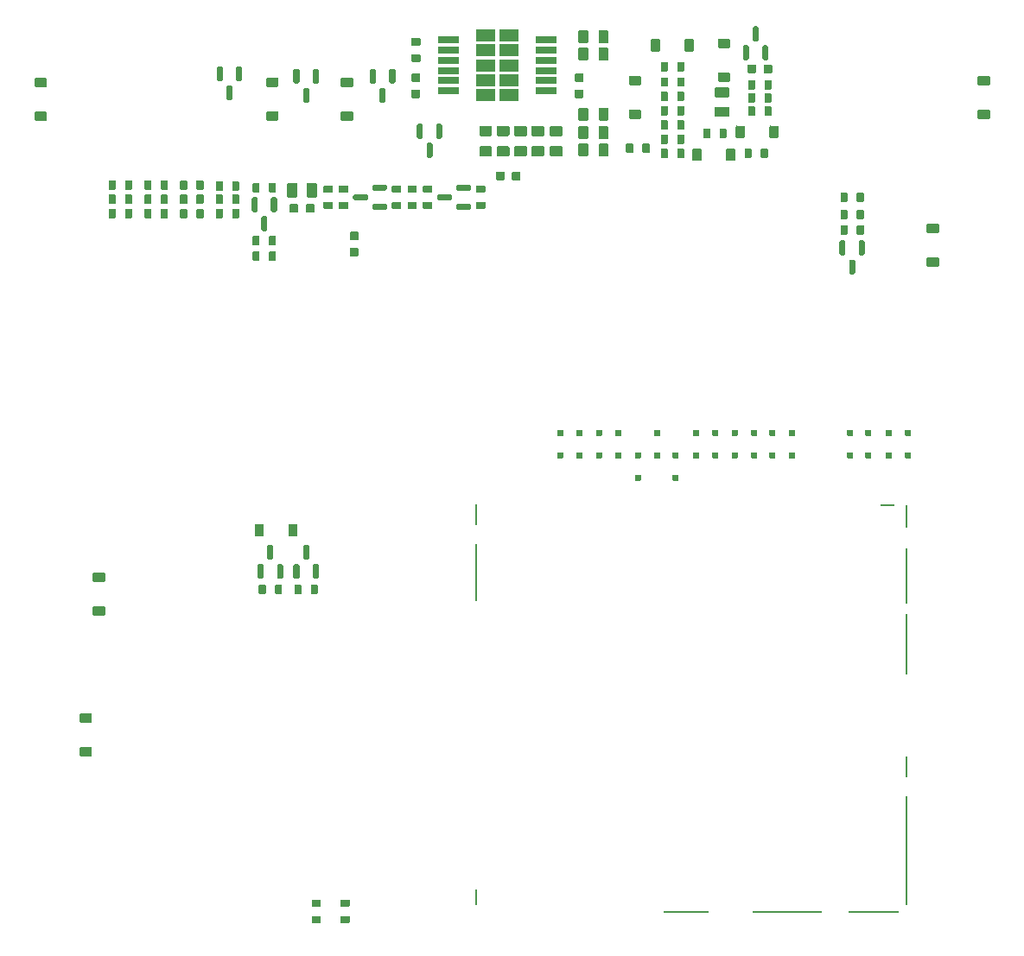
<source format=gbp>
G04 #@! TF.GenerationSoftware,KiCad,Pcbnew,7.0.1-115-g2ece2719d0*
G04 #@! TF.CreationDate,2023-05-12T01:35:33+03:00*
G04 #@! TF.ProjectId,alphax_4ch,616c7068-6178-45f3-9463-682e6b696361,G*
G04 #@! TF.SameCoordinates,PX141f5e0PYa2cace0*
G04 #@! TF.FileFunction,Paste,Bot*
G04 #@! TF.FilePolarity,Positive*
%FSLAX46Y46*%
G04 Gerber Fmt 4.6, Leading zero omitted, Abs format (unit mm)*
G04 Created by KiCad (PCBNEW 7.0.1-115-g2ece2719d0) date 2023-05-12 01:35:33*
%MOMM*%
%LPD*%
G01*
G04 APERTURE LIST*
%ADD10R,0.200000X2.300000*%
%ADD11R,0.200000X10.700000*%
%ADD12R,0.200000X2.100000*%
%ADD13R,0.200000X6.000000*%
%ADD14R,0.200000X5.400000*%
%ADD15R,1.400000X0.200000*%
%ADD16R,5.000000X0.200000*%
%ADD17R,6.800000X0.200000*%
%ADD18R,4.500000X0.200000*%
%ADD19R,0.200000X1.600000*%
%ADD20R,0.200000X5.700000*%
%ADD21R,0.200000X2.000000*%
%ADD22R,1.950000X1.160000*%
%ADD23R,2.000000X0.650000*%
G04 APERTURE END LIST*
D10*
G04 #@! TO.C,M4*
X86600005Y42649999D03*
D11*
X86600003Y9850001D03*
D12*
X86600003Y18050000D03*
D13*
X86600003Y30099999D03*
D14*
X86600003Y36799996D03*
D15*
X84799996Y43700002D03*
D16*
X83400001Y3800001D03*
D17*
X74899998Y3800001D03*
D18*
X65049995Y3800001D03*
D19*
X44500000Y5300000D03*
D20*
X44500000Y37150003D03*
D21*
X44500000Y42799996D03*
G04 #@! TD*
G04 #@! TO.C,R1137*
G36*
G01*
X22550000Y74447500D02*
X22550000Y75227500D01*
G75*
G02*
X22620000Y75297500I70000J0D01*
G01*
X23180000Y75297500D01*
G75*
G02*
X23250000Y75227500I0J-70000D01*
G01*
X23250000Y74447500D01*
G75*
G02*
X23180000Y74377500I-70000J0D01*
G01*
X22620000Y74377500D01*
G75*
G02*
X22550000Y74447500I0J70000D01*
G01*
G37*
G36*
G01*
X24150000Y74447500D02*
X24150000Y75227500D01*
G75*
G02*
X24220000Y75297500I70000J0D01*
G01*
X24780000Y75297500D01*
G75*
G02*
X24850000Y75227500I0J-70000D01*
G01*
X24850000Y74447500D01*
G75*
G02*
X24780000Y74377500I-70000J0D01*
G01*
X24220000Y74377500D01*
G75*
G02*
X24150000Y74447500I0J70000D01*
G01*
G37*
G04 #@! TD*
G04 #@! TO.C,C18*
G36*
G01*
X28625000Y73140000D02*
X28625000Y72460000D01*
G75*
G02*
X28540000Y72375000I-85000J0D01*
G01*
X27860000Y72375000D01*
G75*
G02*
X27775000Y72460000I0J85000D01*
G01*
X27775000Y73140000D01*
G75*
G02*
X27860000Y73225000I85000J0D01*
G01*
X28540000Y73225000D01*
G75*
G02*
X28625000Y73140000I0J-85000D01*
G01*
G37*
G36*
G01*
X27044998Y73140000D02*
X27044998Y72460000D01*
G75*
G02*
X26959998Y72375000I-85000J0D01*
G01*
X26279998Y72375000D01*
G75*
G02*
X26194998Y72460000I0J85000D01*
G01*
X26194998Y73140000D01*
G75*
G02*
X26279998Y73225000I85000J0D01*
G01*
X26959998Y73225000D01*
G75*
G02*
X27044998Y73140000I0J-85000D01*
G01*
G37*
G04 #@! TD*
G04 #@! TO.C,R29*
G36*
G01*
X80150000Y70310000D02*
X80150000Y71090000D01*
G75*
G02*
X80220000Y71160000I70000J0D01*
G01*
X80780000Y71160000D01*
G75*
G02*
X80850000Y71090000I0J-70000D01*
G01*
X80850000Y70310000D01*
G75*
G02*
X80780000Y70240000I-70000J0D01*
G01*
X80220000Y70240000D01*
G75*
G02*
X80150000Y70310000I0J70000D01*
G01*
G37*
G36*
G01*
X81750000Y70310000D02*
X81750000Y71090000D01*
G75*
G02*
X81820000Y71160000I70000J0D01*
G01*
X82380000Y71160000D01*
G75*
G02*
X82450000Y71090000I0J-70000D01*
G01*
X82450000Y70310000D01*
G75*
G02*
X82380000Y70240000I-70000J0D01*
G01*
X81820000Y70240000D01*
G75*
G02*
X81750000Y70310000I0J70000D01*
G01*
G37*
G04 #@! TD*
G04 #@! TO.C,R90*
G36*
G01*
X38935290Y87190000D02*
X38155290Y87190000D01*
G75*
G02*
X38085290Y87260000I0J70000D01*
G01*
X38085290Y87820000D01*
G75*
G02*
X38155290Y87890000I70000J0D01*
G01*
X38935290Y87890000D01*
G75*
G02*
X39005290Y87820000I0J-70000D01*
G01*
X39005290Y87260000D01*
G75*
G02*
X38935290Y87190000I-70000J0D01*
G01*
G37*
G36*
G01*
X38935290Y88790000D02*
X38155290Y88790000D01*
G75*
G02*
X38085290Y88860000I0J70000D01*
G01*
X38085290Y89420000D01*
G75*
G02*
X38155290Y89490000I70000J0D01*
G01*
X38935290Y89490000D01*
G75*
G02*
X39005290Y89420000I0J-70000D01*
G01*
X39005290Y88860000D01*
G75*
G02*
X38935290Y88790000I-70000J0D01*
G01*
G37*
G04 #@! TD*
G04 #@! TO.C,D30*
G36*
G01*
X75700000Y48840000D02*
X75700000Y48360000D01*
G75*
G02*
X75640000Y48300000I-60000J0D01*
G01*
X75160000Y48300000D01*
G75*
G02*
X75100000Y48360000I0J60000D01*
G01*
X75100000Y48840000D01*
G75*
G02*
X75160000Y48900000I60000J0D01*
G01*
X75640000Y48900000D01*
G75*
G02*
X75700000Y48840000I0J-60000D01*
G01*
G37*
G36*
G01*
X75700000Y51040000D02*
X75700000Y50560000D01*
G75*
G02*
X75640000Y50500000I-60000J0D01*
G01*
X75160000Y50500000D01*
G75*
G02*
X75100000Y50560000I0J60000D01*
G01*
X75100000Y51040000D01*
G75*
G02*
X75160000Y51100000I60000J0D01*
G01*
X75640000Y51100000D01*
G75*
G02*
X75700000Y51040000I0J-60000D01*
G01*
G37*
G04 #@! TD*
G04 #@! TO.C,C3*
G36*
G01*
X38205290Y86055001D02*
X38885290Y86055001D01*
G75*
G02*
X38970290Y85970001I0J-85000D01*
G01*
X38970290Y85290001D01*
G75*
G02*
X38885290Y85205001I-85000J0D01*
G01*
X38205290Y85205001D01*
G75*
G02*
X38120290Y85290001I0J85000D01*
G01*
X38120290Y85970001D01*
G75*
G02*
X38205290Y86055001I85000J0D01*
G01*
G37*
G36*
G01*
X38205290Y84474999D02*
X38885290Y84474999D01*
G75*
G02*
X38970290Y84389999I0J-85000D01*
G01*
X38970290Y83709999D01*
G75*
G02*
X38885290Y83624999I-85000J0D01*
G01*
X38205290Y83624999D01*
G75*
G02*
X38120290Y83709999I0J85000D01*
G01*
X38120290Y84389999D01*
G75*
G02*
X38205290Y84474999I85000J0D01*
G01*
G37*
G04 #@! TD*
G04 #@! TO.C,D46*
G36*
G01*
X56800000Y48840000D02*
X56800000Y48360000D01*
G75*
G02*
X56740000Y48300000I-60000J0D01*
G01*
X56260000Y48300000D01*
G75*
G02*
X56200000Y48360000I0J60000D01*
G01*
X56200000Y48840000D01*
G75*
G02*
X56260000Y48900000I60000J0D01*
G01*
X56740000Y48900000D01*
G75*
G02*
X56800000Y48840000I0J-60000D01*
G01*
G37*
G36*
G01*
X56800000Y51040000D02*
X56800000Y50560000D01*
G75*
G02*
X56740000Y50500000I-60000J0D01*
G01*
X56260000Y50500000D01*
G75*
G02*
X56200000Y50560000I0J60000D01*
G01*
X56200000Y51040000D01*
G75*
G02*
X56260000Y51100000I60000J0D01*
G01*
X56740000Y51100000D01*
G75*
G02*
X56800000Y51040000I0J-60000D01*
G01*
G37*
G04 #@! TD*
G04 #@! TO.C,R87*
G36*
G01*
X11950000Y71910000D02*
X11950000Y72690000D01*
G75*
G02*
X12020000Y72760000I70000J0D01*
G01*
X12580000Y72760000D01*
G75*
G02*
X12650000Y72690000I0J-70000D01*
G01*
X12650000Y71910000D01*
G75*
G02*
X12580000Y71840000I-70000J0D01*
G01*
X12020000Y71840000D01*
G75*
G02*
X11950000Y71910000I0J70000D01*
G01*
G37*
G36*
G01*
X13550000Y71910000D02*
X13550000Y72690000D01*
G75*
G02*
X13620000Y72760000I70000J0D01*
G01*
X14180000Y72760000D01*
G75*
G02*
X14250000Y72690000I0J-70000D01*
G01*
X14250000Y71910000D01*
G75*
G02*
X14180000Y71840000I-70000J0D01*
G01*
X13620000Y71840000D01*
G75*
G02*
X13550000Y71910000I0J70000D01*
G01*
G37*
G04 #@! TD*
G04 #@! TO.C,R21*
G36*
G01*
X62550000Y80610000D02*
X62550000Y81390000D01*
G75*
G02*
X62620000Y81460000I70000J0D01*
G01*
X63180000Y81460000D01*
G75*
G02*
X63250000Y81390000I0J-70000D01*
G01*
X63250000Y80610000D01*
G75*
G02*
X63180000Y80540000I-70000J0D01*
G01*
X62620000Y80540000D01*
G75*
G02*
X62550000Y80610000I0J70000D01*
G01*
G37*
G36*
G01*
X64150000Y80610000D02*
X64150000Y81390000D01*
G75*
G02*
X64220000Y81460000I70000J0D01*
G01*
X64780000Y81460000D01*
G75*
G02*
X64850000Y81390000I0J-70000D01*
G01*
X64850000Y80610000D01*
G75*
G02*
X64780000Y80540000I-70000J0D01*
G01*
X64220000Y80540000D01*
G75*
G02*
X64150000Y80610000I0J70000D01*
G01*
G37*
G04 #@! TD*
G04 #@! TO.C,R82*
G36*
G01*
X11950000Y74710000D02*
X11950000Y75490000D01*
G75*
G02*
X12020000Y75560000I70000J0D01*
G01*
X12580000Y75560000D01*
G75*
G02*
X12650000Y75490000I0J-70000D01*
G01*
X12650000Y74710000D01*
G75*
G02*
X12580000Y74640000I-70000J0D01*
G01*
X12020000Y74640000D01*
G75*
G02*
X11950000Y74710000I0J70000D01*
G01*
G37*
G36*
G01*
X13550000Y74710000D02*
X13550000Y75490000D01*
G75*
G02*
X13620000Y75560000I70000J0D01*
G01*
X14180000Y75560000D01*
G75*
G02*
X14250000Y75490000I0J-70000D01*
G01*
X14250000Y74710000D01*
G75*
G02*
X14180000Y74640000I-70000J0D01*
G01*
X13620000Y74640000D01*
G75*
G02*
X13550000Y74710000I0J70000D01*
G01*
G37*
G04 #@! TD*
G04 #@! TO.C,D49*
G36*
G01*
X69900000Y79815000D02*
X69900000Y80835000D01*
G75*
G02*
X69990000Y80925000I90000J0D01*
G01*
X70710000Y80925000D01*
G75*
G02*
X70800000Y80835000I0J-90000D01*
G01*
X70800000Y79815000D01*
G75*
G02*
X70710000Y79725000I-90000J0D01*
G01*
X69990000Y79725000D01*
G75*
G02*
X69900000Y79815000I0J90000D01*
G01*
G37*
G36*
G01*
X73200000Y79815000D02*
X73200000Y80835000D01*
G75*
G02*
X73290000Y80925000I90000J0D01*
G01*
X74010000Y80925000D01*
G75*
G02*
X74100000Y80835000I0J-90000D01*
G01*
X74100000Y79815000D01*
G75*
G02*
X74010000Y79725000I-90000J0D01*
G01*
X73290000Y79725000D01*
G75*
G02*
X73200000Y79815000I0J90000D01*
G01*
G37*
G04 #@! TD*
G04 #@! TO.C,C20*
G36*
G01*
X48815001Y76340000D02*
X48815001Y75660000D01*
G75*
G02*
X48730001Y75575000I-85000J0D01*
G01*
X48050001Y75575000D01*
G75*
G02*
X47965001Y75660000I0J85000D01*
G01*
X47965001Y76340000D01*
G75*
G02*
X48050001Y76425000I85000J0D01*
G01*
X48730001Y76425000D01*
G75*
G02*
X48815001Y76340000I0J-85000D01*
G01*
G37*
G36*
G01*
X47234999Y76340000D02*
X47234999Y75660000D01*
G75*
G02*
X47149999Y75575000I-85000J0D01*
G01*
X46469999Y75575000D01*
G75*
G02*
X46384999Y75660000I0J85000D01*
G01*
X46384999Y76340000D01*
G75*
G02*
X46469999Y76425000I85000J0D01*
G01*
X47149999Y76425000D01*
G75*
G02*
X47234999Y76340000I0J-85000D01*
G01*
G37*
G04 #@! TD*
G04 #@! TO.C,D1*
G36*
G01*
X60000000Y48360000D02*
X60000000Y48840000D01*
G75*
G02*
X60060000Y48900000I60000J0D01*
G01*
X60540000Y48900000D01*
G75*
G02*
X60600000Y48840000I0J-60000D01*
G01*
X60600000Y48360000D01*
G75*
G02*
X60540000Y48300000I-60000J0D01*
G01*
X60060000Y48300000D01*
G75*
G02*
X60000000Y48360000I0J60000D01*
G01*
G37*
G36*
G01*
X60000000Y46160000D02*
X60000000Y46640000D01*
G75*
G02*
X60060000Y46700000I60000J0D01*
G01*
X60540000Y46700000D01*
G75*
G02*
X60600000Y46640000I0J-60000D01*
G01*
X60600000Y46160000D01*
G75*
G02*
X60540000Y46100000I-60000J0D01*
G01*
X60060000Y46100000D01*
G75*
G02*
X60000000Y46160000I0J60000D01*
G01*
G37*
G04 #@! TD*
G04 #@! TO.C,C1*
G36*
G01*
X54885290Y83624999D02*
X54205290Y83624999D01*
G75*
G02*
X54120290Y83709999I0J85000D01*
G01*
X54120290Y84389999D01*
G75*
G02*
X54205290Y84474999I85000J0D01*
G01*
X54885290Y84474999D01*
G75*
G02*
X54970290Y84389999I0J-85000D01*
G01*
X54970290Y83709999D01*
G75*
G02*
X54885290Y83624999I-85000J0D01*
G01*
G37*
G36*
G01*
X54885290Y85205001D02*
X54205290Y85205001D01*
G75*
G02*
X54120290Y85290001I0J85000D01*
G01*
X54120290Y85970001D01*
G75*
G02*
X54205290Y86055001I85000J0D01*
G01*
X54885290Y86055001D01*
G75*
G02*
X54970290Y85970001I0J-85000D01*
G01*
X54970290Y85290001D01*
G75*
G02*
X54885290Y85205001I-85000J0D01*
G01*
G37*
G04 #@! TD*
G04 #@! TO.C,D23*
G36*
G01*
X19200000Y86737500D02*
X19500000Y86737500D01*
G75*
G02*
X19650000Y86587500I0J-150000D01*
G01*
X19650000Y85412500D01*
G75*
G02*
X19500000Y85262500I-150000J0D01*
G01*
X19200000Y85262500D01*
G75*
G02*
X19050000Y85412500I0J150000D01*
G01*
X19050000Y86587500D01*
G75*
G02*
X19200000Y86737500I150000J0D01*
G01*
G37*
G36*
G01*
X21100000Y86737500D02*
X21400000Y86737500D01*
G75*
G02*
X21550000Y86587500I0J-150000D01*
G01*
X21550000Y85412500D01*
G75*
G02*
X21400000Y85262500I-150000J0D01*
G01*
X21100000Y85262500D01*
G75*
G02*
X20950000Y85412500I0J150000D01*
G01*
X20950000Y86587500D01*
G75*
G02*
X21100000Y86737500I150000J0D01*
G01*
G37*
G36*
G01*
X20150000Y84862500D02*
X20450000Y84862500D01*
G75*
G02*
X20600000Y84712500I0J-150000D01*
G01*
X20600000Y83537500D01*
G75*
G02*
X20450000Y83387500I-150000J0D01*
G01*
X20150000Y83387500D01*
G75*
G02*
X20000000Y83537500I0J150000D01*
G01*
X20000000Y84712500D01*
G75*
G02*
X20150000Y84862500I150000J0D01*
G01*
G37*
G04 #@! TD*
G04 #@! TO.C,D6*
G36*
G01*
X83187497Y48841498D02*
X83187497Y48361498D01*
G75*
G02*
X83127497Y48301498I-60000J0D01*
G01*
X82647497Y48301498D01*
G75*
G02*
X82587497Y48361498I0J60000D01*
G01*
X82587497Y48841498D01*
G75*
G02*
X82647497Y48901498I60000J0D01*
G01*
X83127497Y48901498D01*
G75*
G02*
X83187497Y48841498I0J-60000D01*
G01*
G37*
G36*
G01*
X83187497Y51041498D02*
X83187497Y50561498D01*
G75*
G02*
X83127497Y50501498I-60000J0D01*
G01*
X82647497Y50501498D01*
G75*
G02*
X82587497Y50561498I0J60000D01*
G01*
X82587497Y51041498D01*
G75*
G02*
X82647497Y51101498I60000J0D01*
G01*
X83127497Y51101498D01*
G75*
G02*
X83187497Y51041498I0J-60000D01*
G01*
G37*
G04 #@! TD*
G04 #@! TO.C,Q1*
G36*
G01*
X43975000Y75000000D02*
X43975000Y74700000D01*
G75*
G02*
X43825000Y74550000I-150000J0D01*
G01*
X42650000Y74550000D01*
G75*
G02*
X42500000Y74700000I0J150000D01*
G01*
X42500000Y75000000D01*
G75*
G02*
X42650000Y75150000I150000J0D01*
G01*
X43825000Y75150000D01*
G75*
G02*
X43975000Y75000000I0J-150000D01*
G01*
G37*
G36*
G01*
X42100000Y74050000D02*
X42100000Y73750000D01*
G75*
G02*
X41950000Y73600000I-150000J0D01*
G01*
X40775000Y73600000D01*
G75*
G02*
X40625000Y73750000I0J150000D01*
G01*
X40625000Y74050000D01*
G75*
G02*
X40775000Y74200000I150000J0D01*
G01*
X41950000Y74200000D01*
G75*
G02*
X42100000Y74050000I0J-150000D01*
G01*
G37*
G36*
G01*
X43975000Y73100000D02*
X43975000Y72800000D01*
G75*
G02*
X43825000Y72650000I-150000J0D01*
G01*
X42650000Y72650000D01*
G75*
G02*
X42500000Y72800000I0J150000D01*
G01*
X42500000Y73100000D01*
G75*
G02*
X42650000Y73250000I150000J0D01*
G01*
X43825000Y73250000D01*
G75*
G02*
X43975000Y73100000I0J-150000D01*
G01*
G37*
G04 #@! TD*
G04 #@! TO.C,R38*
G36*
G01*
X23150000Y35067581D02*
X23150000Y35847581D01*
G75*
G02*
X23220000Y35917581I70000J0D01*
G01*
X23780000Y35917581D01*
G75*
G02*
X23850000Y35847581I0J-70000D01*
G01*
X23850000Y35067581D01*
G75*
G02*
X23780000Y34997581I-70000J0D01*
G01*
X23220000Y34997581D01*
G75*
G02*
X23150000Y35067581I0J70000D01*
G01*
G37*
G36*
G01*
X24750000Y35067581D02*
X24750000Y35847581D01*
G75*
G02*
X24820000Y35917581I70000J0D01*
G01*
X25380000Y35917581D01*
G75*
G02*
X25450000Y35847581I0J-70000D01*
G01*
X25450000Y35067581D01*
G75*
G02*
X25380000Y34997581I-70000J0D01*
G01*
X24820000Y34997581D01*
G75*
G02*
X24750000Y35067581I0J70000D01*
G01*
G37*
G04 #@! TD*
G04 #@! TO.C,D68*
G36*
G01*
X6730000Y19100000D02*
X5710000Y19100000D01*
G75*
G02*
X5620000Y19190000I0J90000D01*
G01*
X5620000Y19910000D01*
G75*
G02*
X5710000Y20000000I90000J0D01*
G01*
X6730000Y20000000D01*
G75*
G02*
X6820000Y19910000I0J-90000D01*
G01*
X6820000Y19190000D01*
G75*
G02*
X6730000Y19100000I-90000J0D01*
G01*
G37*
G36*
G01*
X6730000Y22400000D02*
X5710000Y22400000D01*
G75*
G02*
X5620000Y22490000I0J90000D01*
G01*
X5620000Y23210000D01*
G75*
G02*
X5710000Y23300000I90000J0D01*
G01*
X6730000Y23300000D01*
G75*
G02*
X6820000Y23210000I0J-90000D01*
G01*
X6820000Y22490000D01*
G75*
G02*
X6730000Y22400000I-90000J0D01*
G01*
G37*
G04 #@! TD*
G04 #@! TO.C,D22*
G36*
G01*
X58687498Y48841498D02*
X58687498Y48361498D01*
G75*
G02*
X58627498Y48301498I-60000J0D01*
G01*
X58147498Y48301498D01*
G75*
G02*
X58087498Y48361498I0J60000D01*
G01*
X58087498Y48841498D01*
G75*
G02*
X58147498Y48901498I60000J0D01*
G01*
X58627498Y48901498D01*
G75*
G02*
X58687498Y48841498I0J-60000D01*
G01*
G37*
G36*
G01*
X58687498Y51041498D02*
X58687498Y50561498D01*
G75*
G02*
X58627498Y50501498I-60000J0D01*
G01*
X58147498Y50501498D01*
G75*
G02*
X58087498Y50561498I0J60000D01*
G01*
X58087498Y51041498D01*
G75*
G02*
X58147498Y51101498I60000J0D01*
G01*
X58627498Y51101498D01*
G75*
G02*
X58687498Y51041498I0J-60000D01*
G01*
G37*
G04 #@! TD*
G04 #@! TO.C,R1112*
G36*
G01*
X70750000Y77835000D02*
X70750000Y78615000D01*
G75*
G02*
X70820000Y78685000I70000J0D01*
G01*
X71380000Y78685000D01*
G75*
G02*
X71450000Y78615000I0J-70000D01*
G01*
X71450000Y77835000D01*
G75*
G02*
X71380000Y77765000I-70000J0D01*
G01*
X70820000Y77765000D01*
G75*
G02*
X70750000Y77835000I0J70000D01*
G01*
G37*
G36*
G01*
X72350000Y77835000D02*
X72350000Y78615000D01*
G75*
G02*
X72420000Y78685000I70000J0D01*
G01*
X72980000Y78685000D01*
G75*
G02*
X73050000Y78615000I0J-70000D01*
G01*
X73050000Y77835000D01*
G75*
G02*
X72980000Y77765000I-70000J0D01*
G01*
X72420000Y77765000D01*
G75*
G02*
X72350000Y77835000I0J70000D01*
G01*
G37*
G04 #@! TD*
G04 #@! TO.C,R32*
G36*
G01*
X82450000Y72590000D02*
X82450000Y71810000D01*
G75*
G02*
X82380000Y71740000I-70000J0D01*
G01*
X81820000Y71740000D01*
G75*
G02*
X81750000Y71810000I0J70000D01*
G01*
X81750000Y72590000D01*
G75*
G02*
X81820000Y72660000I70000J0D01*
G01*
X82380000Y72660000D01*
G75*
G02*
X82450000Y72590000I0J-70000D01*
G01*
G37*
G36*
G01*
X80850000Y72590000D02*
X80850000Y71810000D01*
G75*
G02*
X80780000Y71740000I-70000J0D01*
G01*
X80220000Y71740000D01*
G75*
G02*
X80150000Y71810000I0J70000D01*
G01*
X80150000Y72590000D01*
G75*
G02*
X80220000Y72660000I70000J0D01*
G01*
X80780000Y72660000D01*
G75*
G02*
X80850000Y72590000I0J-70000D01*
G01*
G37*
G04 #@! TD*
G04 #@! TO.C,D65*
G36*
G01*
X89715000Y67075000D02*
X88695000Y67075000D01*
G75*
G02*
X88605000Y67165000I0J90000D01*
G01*
X88605000Y67885000D01*
G75*
G02*
X88695000Y67975000I90000J0D01*
G01*
X89715000Y67975000D01*
G75*
G02*
X89805000Y67885000I0J-90000D01*
G01*
X89805000Y67165000D01*
G75*
G02*
X89715000Y67075000I-90000J0D01*
G01*
G37*
G36*
G01*
X89715000Y70375000D02*
X88695000Y70375000D01*
G75*
G02*
X88605000Y70465000I0J90000D01*
G01*
X88605000Y71185000D01*
G75*
G02*
X88695000Y71275000I90000J0D01*
G01*
X89715000Y71275000D01*
G75*
G02*
X89805000Y71185000I0J-90000D01*
G01*
X89805000Y70465000D01*
G75*
G02*
X89715000Y70375000I-90000J0D01*
G01*
G37*
G04 #@! TD*
G04 #@! TO.C,D42*
G36*
G01*
X72000000Y48840000D02*
X72000000Y48360000D01*
G75*
G02*
X71940000Y48300000I-60000J0D01*
G01*
X71460000Y48300000D01*
G75*
G02*
X71400000Y48360000I0J60000D01*
G01*
X71400000Y48840000D01*
G75*
G02*
X71460000Y48900000I60000J0D01*
G01*
X71940000Y48900000D01*
G75*
G02*
X72000000Y48840000I0J-60000D01*
G01*
G37*
G36*
G01*
X72000000Y51040000D02*
X72000000Y50560000D01*
G75*
G02*
X71940000Y50500000I-60000J0D01*
G01*
X71460000Y50500000D01*
G75*
G02*
X71400000Y50560000I0J60000D01*
G01*
X71400000Y51040000D01*
G75*
G02*
X71460000Y51100000I60000J0D01*
G01*
X71940000Y51100000D01*
G75*
G02*
X72000000Y51040000I0J-60000D01*
G01*
G37*
G04 #@! TD*
G04 #@! TO.C,C7*
G36*
G01*
X54445290Y79715000D02*
X54445290Y80765000D01*
G75*
G02*
X54545290Y80865000I100000J0D01*
G01*
X55345290Y80865000D01*
G75*
G02*
X55445290Y80765000I0J-100000D01*
G01*
X55445290Y79715000D01*
G75*
G02*
X55345290Y79615000I-100000J0D01*
G01*
X54545290Y79615000D01*
G75*
G02*
X54445290Y79715000I0J100000D01*
G01*
G37*
G36*
G01*
X56445290Y79715000D02*
X56445290Y80765000D01*
G75*
G02*
X56545290Y80865000I100000J0D01*
G01*
X57345290Y80865000D01*
G75*
G02*
X57445290Y80765000I0J-100000D01*
G01*
X57445290Y79715000D01*
G75*
G02*
X57345290Y79615000I-100000J0D01*
G01*
X56545290Y79615000D01*
G75*
G02*
X56445290Y79715000I0J100000D01*
G01*
G37*
G04 #@! TD*
G04 #@! TO.C,R36*
G36*
G01*
X64850000Y79990000D02*
X64850000Y79210000D01*
G75*
G02*
X64780000Y79140000I-70000J0D01*
G01*
X64220000Y79140000D01*
G75*
G02*
X64150000Y79210000I0J70000D01*
G01*
X64150000Y79990000D01*
G75*
G02*
X64220000Y80060000I70000J0D01*
G01*
X64780000Y80060000D01*
G75*
G02*
X64850000Y79990000I0J-70000D01*
G01*
G37*
G36*
G01*
X63250000Y79990000D02*
X63250000Y79210000D01*
G75*
G02*
X63180000Y79140000I-70000J0D01*
G01*
X62620000Y79140000D01*
G75*
G02*
X62550000Y79210000I0J70000D01*
G01*
X62550000Y79990000D01*
G75*
G02*
X62620000Y80060000I70000J0D01*
G01*
X63180000Y80060000D01*
G75*
G02*
X63250000Y79990000I0J-70000D01*
G01*
G37*
G04 #@! TD*
G04 #@! TO.C,R88*
G36*
G01*
X15450000Y71910000D02*
X15450000Y72690000D01*
G75*
G02*
X15520000Y72760000I70000J0D01*
G01*
X16080000Y72760000D01*
G75*
G02*
X16150000Y72690000I0J-70000D01*
G01*
X16150000Y71910000D01*
G75*
G02*
X16080000Y71840000I-70000J0D01*
G01*
X15520000Y71840000D01*
G75*
G02*
X15450000Y71910000I0J70000D01*
G01*
G37*
G36*
G01*
X17050000Y71910000D02*
X17050000Y72690000D01*
G75*
G02*
X17120000Y72760000I70000J0D01*
G01*
X17680000Y72760000D01*
G75*
G02*
X17750000Y72690000I0J-70000D01*
G01*
X17750000Y71910000D01*
G75*
G02*
X17680000Y71840000I-70000J0D01*
G01*
X17120000Y71840000D01*
G75*
G02*
X17050000Y71910000I0J70000D01*
G01*
G37*
G04 #@! TD*
G04 #@! TO.C,Q3*
G36*
G01*
X35737500Y75000000D02*
X35737500Y74700000D01*
G75*
G02*
X35587500Y74550000I-150000J0D01*
G01*
X34412500Y74550000D01*
G75*
G02*
X34262500Y74700000I0J150000D01*
G01*
X34262500Y75000000D01*
G75*
G02*
X34412500Y75150000I150000J0D01*
G01*
X35587500Y75150000D01*
G75*
G02*
X35737500Y75000000I0J-150000D01*
G01*
G37*
G36*
G01*
X33862500Y74050000D02*
X33862500Y73750000D01*
G75*
G02*
X33712500Y73600000I-150000J0D01*
G01*
X32537500Y73600000D01*
G75*
G02*
X32387500Y73750000I0J150000D01*
G01*
X32387500Y74050000D01*
G75*
G02*
X32537500Y74200000I150000J0D01*
G01*
X33712500Y74200000D01*
G75*
G02*
X33862500Y74050000I0J-150000D01*
G01*
G37*
G36*
G01*
X35737500Y73100000D02*
X35737500Y72800000D01*
G75*
G02*
X35587500Y72650000I-150000J0D01*
G01*
X34412500Y72650000D01*
G75*
G02*
X34262500Y72800000I0J150000D01*
G01*
X34262500Y73100000D01*
G75*
G02*
X34412500Y73250000I150000J0D01*
G01*
X35587500Y73250000D01*
G75*
G02*
X35737500Y73100000I0J-150000D01*
G01*
G37*
G04 #@! TD*
G04 #@! TO.C,R1127*
G36*
G01*
X38590000Y72750000D02*
X37810000Y72750000D01*
G75*
G02*
X37740000Y72820000I0J70000D01*
G01*
X37740000Y73380000D01*
G75*
G02*
X37810000Y73450000I70000J0D01*
G01*
X38590000Y73450000D01*
G75*
G02*
X38660000Y73380000I0J-70000D01*
G01*
X38660000Y72820000D01*
G75*
G02*
X38590000Y72750000I-70000J0D01*
G01*
G37*
G36*
G01*
X38590000Y74350000D02*
X37810000Y74350000D01*
G75*
G02*
X37740000Y74420000I0J70000D01*
G01*
X37740000Y74980000D01*
G75*
G02*
X37810000Y75050000I70000J0D01*
G01*
X38590000Y75050000D01*
G75*
G02*
X38660000Y74980000I0J-70000D01*
G01*
X38660000Y74420000D01*
G75*
G02*
X38590000Y74350000I-70000J0D01*
G01*
G37*
G04 #@! TD*
G04 #@! TO.C,C16*
G36*
G01*
X57445290Y88465000D02*
X57445290Y87415000D01*
G75*
G02*
X57345290Y87315000I-100000J0D01*
G01*
X56545290Y87315000D01*
G75*
G02*
X56445290Y87415000I0J100000D01*
G01*
X56445290Y88465000D01*
G75*
G02*
X56545290Y88565000I100000J0D01*
G01*
X57345290Y88565000D01*
G75*
G02*
X57445290Y88465000I0J-100000D01*
G01*
G37*
G36*
G01*
X55445290Y88465000D02*
X55445290Y87415000D01*
G75*
G02*
X55345290Y87315000I-100000J0D01*
G01*
X54545290Y87315000D01*
G75*
G02*
X54445290Y87415000I0J100000D01*
G01*
X54445290Y88465000D01*
G75*
G02*
X54545290Y88565000I100000J0D01*
G01*
X55345290Y88565000D01*
G75*
G02*
X55445290Y88465000I0J-100000D01*
G01*
G37*
G04 #@! TD*
G04 #@! TO.C,R41*
G36*
G01*
X45290000Y72750000D02*
X44510000Y72750000D01*
G75*
G02*
X44440000Y72820000I0J70000D01*
G01*
X44440000Y73380000D01*
G75*
G02*
X44510000Y73450000I70000J0D01*
G01*
X45290000Y73450000D01*
G75*
G02*
X45360000Y73380000I0J-70000D01*
G01*
X45360000Y72820000D01*
G75*
G02*
X45290000Y72750000I-70000J0D01*
G01*
G37*
G36*
G01*
X45290000Y74350000D02*
X44510000Y74350000D01*
G75*
G02*
X44440000Y74420000I0J70000D01*
G01*
X44440000Y74980000D01*
G75*
G02*
X44510000Y75050000I70000J0D01*
G01*
X45290000Y75050000D01*
G75*
G02*
X45360000Y74980000I0J-70000D01*
G01*
X45360000Y74420000D01*
G75*
G02*
X45290000Y74350000I-70000J0D01*
G01*
G37*
G04 #@! TD*
G04 #@! TO.C,R79*
G36*
G01*
X21250000Y74090000D02*
X21250000Y73310000D01*
G75*
G02*
X21180000Y73240000I-70000J0D01*
G01*
X20620000Y73240000D01*
G75*
G02*
X20550000Y73310000I0J70000D01*
G01*
X20550000Y74090000D01*
G75*
G02*
X20620000Y74160000I70000J0D01*
G01*
X21180000Y74160000D01*
G75*
G02*
X21250000Y74090000I0J-70000D01*
G01*
G37*
G36*
G01*
X19650000Y74090000D02*
X19650000Y73310000D01*
G75*
G02*
X19580000Y73240000I-70000J0D01*
G01*
X19020000Y73240000D01*
G75*
G02*
X18950000Y73310000I0J70000D01*
G01*
X18950000Y74090000D01*
G75*
G02*
X19020000Y74160000I70000J0D01*
G01*
X19580000Y74160000D01*
G75*
G02*
X19650000Y74090000I0J-70000D01*
G01*
G37*
G04 #@! TD*
G04 #@! TO.C,R33*
G36*
G01*
X67925000Y84687501D02*
X69175000Y84687501D01*
G75*
G02*
X69275000Y84587501I0J-100000D01*
G01*
X69275000Y83787501D01*
G75*
G02*
X69175000Y83687501I-100000J0D01*
G01*
X67925000Y83687501D01*
G75*
G02*
X67825000Y83787501I0J100000D01*
G01*
X67825000Y84587501D01*
G75*
G02*
X67925000Y84687501I100000J0D01*
G01*
G37*
G36*
G01*
X67925000Y82787479D02*
X69175000Y82787479D01*
G75*
G02*
X69275000Y82687479I0J-100000D01*
G01*
X69275000Y81887479D01*
G75*
G02*
X69175000Y81787479I-100000J0D01*
G01*
X67925000Y81787479D01*
G75*
G02*
X67825000Y81887479I0J100000D01*
G01*
X67825000Y82687479D01*
G75*
G02*
X67925000Y82787479I100000J0D01*
G01*
G37*
G04 #@! TD*
G04 #@! TO.C,R81*
G36*
G01*
X17750000Y75490000D02*
X17750000Y74710000D01*
G75*
G02*
X17680000Y74640000I-70000J0D01*
G01*
X17120000Y74640000D01*
G75*
G02*
X17050000Y74710000I0J70000D01*
G01*
X17050000Y75490000D01*
G75*
G02*
X17120000Y75560000I70000J0D01*
G01*
X17680000Y75560000D01*
G75*
G02*
X17750000Y75490000I0J-70000D01*
G01*
G37*
G36*
G01*
X16150000Y75490000D02*
X16150000Y74710000D01*
G75*
G02*
X16080000Y74640000I-70000J0D01*
G01*
X15520000Y74640000D01*
G75*
G02*
X15450000Y74710000I0J70000D01*
G01*
X15450000Y75490000D01*
G75*
G02*
X15520000Y75560000I70000J0D01*
G01*
X16080000Y75560000D01*
G75*
G02*
X16150000Y75490000I0J-70000D01*
G01*
G37*
G04 #@! TD*
G04 #@! TO.C,R1128*
G36*
G01*
X39310000Y75050000D02*
X40090000Y75050000D01*
G75*
G02*
X40160000Y74980000I0J-70000D01*
G01*
X40160000Y74420000D01*
G75*
G02*
X40090000Y74350000I-70000J0D01*
G01*
X39310000Y74350000D01*
G75*
G02*
X39240000Y74420000I0J70000D01*
G01*
X39240000Y74980000D01*
G75*
G02*
X39310000Y75050000I70000J0D01*
G01*
G37*
G36*
G01*
X39310000Y73450000D02*
X40090000Y73450000D01*
G75*
G02*
X40160000Y73380000I0J-70000D01*
G01*
X40160000Y72820000D01*
G75*
G02*
X40090000Y72750000I-70000J0D01*
G01*
X39310000Y72750000D01*
G75*
G02*
X39240000Y72820000I0J70000D01*
G01*
X39240000Y73380000D01*
G75*
G02*
X39310000Y73450000I70000J0D01*
G01*
G37*
G04 #@! TD*
G04 #@! TO.C,D19*
G36*
G01*
X34200000Y86512500D02*
X34500000Y86512500D01*
G75*
G02*
X34650000Y86362500I0J-150000D01*
G01*
X34650000Y85187500D01*
G75*
G02*
X34500000Y85037500I-150000J0D01*
G01*
X34200000Y85037500D01*
G75*
G02*
X34050000Y85187500I0J150000D01*
G01*
X34050000Y86362500D01*
G75*
G02*
X34200000Y86512500I150000J0D01*
G01*
G37*
G36*
G01*
X36100000Y86512500D02*
X36400000Y86512500D01*
G75*
G02*
X36550000Y86362500I0J-150000D01*
G01*
X36550000Y85187500D01*
G75*
G02*
X36400000Y85037500I-150000J0D01*
G01*
X36100000Y85037500D01*
G75*
G02*
X35950000Y85187500I0J150000D01*
G01*
X35950000Y86362500D01*
G75*
G02*
X36100000Y86512500I150000J0D01*
G01*
G37*
G36*
G01*
X35150000Y84637500D02*
X35450000Y84637500D01*
G75*
G02*
X35600000Y84487500I0J-150000D01*
G01*
X35600000Y83312500D01*
G75*
G02*
X35450000Y83162500I-150000J0D01*
G01*
X35150000Y83162500D01*
G75*
G02*
X35000000Y83312500I0J150000D01*
G01*
X35000000Y84487500D01*
G75*
G02*
X35150000Y84637500I150000J0D01*
G01*
G37*
G04 #@! TD*
G04 #@! TO.C,R1140*
G36*
G01*
X24850000Y68527500D02*
X24850000Y67747500D01*
G75*
G02*
X24780000Y67677500I-70000J0D01*
G01*
X24220000Y67677500D01*
G75*
G02*
X24150000Y67747500I0J70000D01*
G01*
X24150000Y68527500D01*
G75*
G02*
X24220000Y68597500I70000J0D01*
G01*
X24780000Y68597500D01*
G75*
G02*
X24850000Y68527500I0J-70000D01*
G01*
G37*
G36*
G01*
X23250000Y68527500D02*
X23250000Y67747500D01*
G75*
G02*
X23180000Y67677500I-70000J0D01*
G01*
X22620000Y67677500D01*
G75*
G02*
X22550000Y67747500I0J70000D01*
G01*
X22550000Y68527500D01*
G75*
G02*
X22620000Y68597500I70000J0D01*
G01*
X23180000Y68597500D01*
G75*
G02*
X23250000Y68527500I0J-70000D01*
G01*
G37*
G04 #@! TD*
G04 #@! TO.C,D26*
G36*
G01*
X69260000Y85237500D02*
X68240000Y85237500D01*
G75*
G02*
X68150000Y85327500I0J90000D01*
G01*
X68150000Y86047500D01*
G75*
G02*
X68240000Y86137500I90000J0D01*
G01*
X69260000Y86137500D01*
G75*
G02*
X69350000Y86047500I0J-90000D01*
G01*
X69350000Y85327500D01*
G75*
G02*
X69260000Y85237500I-90000J0D01*
G01*
G37*
G36*
G01*
X69260000Y88537500D02*
X68240000Y88537500D01*
G75*
G02*
X68150000Y88627500I0J90000D01*
G01*
X68150000Y89347500D01*
G75*
G02*
X68240000Y89437500I90000J0D01*
G01*
X69260000Y89437500D01*
G75*
G02*
X69350000Y89347500I0J-90000D01*
G01*
X69350000Y88627500D01*
G75*
G02*
X69260000Y88537500I-90000J0D01*
G01*
G37*
G04 #@! TD*
G04 #@! TO.C,R1125*
G36*
G01*
X37052500Y72750000D02*
X36272500Y72750000D01*
G75*
G02*
X36202500Y72820000I0J70000D01*
G01*
X36202500Y73380000D01*
G75*
G02*
X36272500Y73450000I70000J0D01*
G01*
X37052500Y73450000D01*
G75*
G02*
X37122500Y73380000I0J-70000D01*
G01*
X37122500Y72820000D01*
G75*
G02*
X37052500Y72750000I-70000J0D01*
G01*
G37*
G36*
G01*
X37052500Y74350000D02*
X36272500Y74350000D01*
G75*
G02*
X36202500Y74420000I0J70000D01*
G01*
X36202500Y74980000D01*
G75*
G02*
X36272500Y75050000I70000J0D01*
G01*
X37052500Y75050000D01*
G75*
G02*
X37122500Y74980000I0J-70000D01*
G01*
X37122500Y74420000D01*
G75*
G02*
X37052500Y74350000I-70000J0D01*
G01*
G37*
G04 #@! TD*
G04 #@! TO.C,D8*
G36*
G01*
X68200000Y48840000D02*
X68200000Y48360000D01*
G75*
G02*
X68140000Y48300000I-60000J0D01*
G01*
X67660000Y48300000D01*
G75*
G02*
X67600000Y48360000I0J60000D01*
G01*
X67600000Y48840000D01*
G75*
G02*
X67660000Y48900000I60000J0D01*
G01*
X68140000Y48900000D01*
G75*
G02*
X68200000Y48840000I0J-60000D01*
G01*
G37*
G36*
G01*
X68200000Y51040000D02*
X68200000Y50560000D01*
G75*
G02*
X68140000Y50500000I-60000J0D01*
G01*
X67660000Y50500000D01*
G75*
G02*
X67600000Y50560000I0J60000D01*
G01*
X67600000Y51040000D01*
G75*
G02*
X67660000Y51100000I60000J0D01*
G01*
X68140000Y51100000D01*
G75*
G02*
X68200000Y51040000I0J-60000D01*
G01*
G37*
G04 #@! TD*
G04 #@! TO.C,R14*
G36*
G01*
X26650000Y35067581D02*
X26650000Y35847581D01*
G75*
G02*
X26720000Y35917581I70000J0D01*
G01*
X27280000Y35917581D01*
G75*
G02*
X27350000Y35847581I0J-70000D01*
G01*
X27350000Y35067581D01*
G75*
G02*
X27280000Y34997581I-70000J0D01*
G01*
X26720000Y34997581D01*
G75*
G02*
X26650000Y35067581I0J70000D01*
G01*
G37*
G36*
G01*
X28250000Y35067581D02*
X28250000Y35847581D01*
G75*
G02*
X28320000Y35917581I70000J0D01*
G01*
X28880000Y35917581D01*
G75*
G02*
X28950000Y35847581I0J-70000D01*
G01*
X28950000Y35067581D01*
G75*
G02*
X28880000Y34997581I-70000J0D01*
G01*
X28320000Y34997581D01*
G75*
G02*
X28250000Y35067581I0J70000D01*
G01*
G37*
G04 #@! TD*
G04 #@! TO.C,D72*
G36*
G01*
X65800000Y89310000D02*
X65800000Y88290000D01*
G75*
G02*
X65710000Y88200000I-90000J0D01*
G01*
X64990000Y88200000D01*
G75*
G02*
X64900000Y88290000I0J90000D01*
G01*
X64900000Y89310000D01*
G75*
G02*
X64990000Y89400000I90000J0D01*
G01*
X65710000Y89400000D01*
G75*
G02*
X65800000Y89310000I0J-90000D01*
G01*
G37*
G36*
G01*
X62500000Y89310000D02*
X62500000Y88290000D01*
G75*
G02*
X62410000Y88200000I-90000J0D01*
G01*
X61690000Y88200000D01*
G75*
G02*
X61600000Y88290000I0J90000D01*
G01*
X61600000Y89310000D01*
G75*
G02*
X61690000Y89400000I90000J0D01*
G01*
X62410000Y89400000D01*
G75*
G02*
X62500000Y89310000I0J-90000D01*
G01*
G37*
G04 #@! TD*
G04 #@! TO.C,R1132*
G36*
G01*
X31072500Y75050000D02*
X31852500Y75050000D01*
G75*
G02*
X31922500Y74980000I0J-70000D01*
G01*
X31922500Y74420000D01*
G75*
G02*
X31852500Y74350000I-70000J0D01*
G01*
X31072500Y74350000D01*
G75*
G02*
X31002500Y74420000I0J70000D01*
G01*
X31002500Y74980000D01*
G75*
G02*
X31072500Y75050000I70000J0D01*
G01*
G37*
G36*
G01*
X31072500Y73450000D02*
X31852500Y73450000D01*
G75*
G02*
X31922500Y73380000I0J-70000D01*
G01*
X31922500Y72820000D01*
G75*
G02*
X31852500Y72750000I-70000J0D01*
G01*
X31072500Y72750000D01*
G75*
G02*
X31002500Y72820000I0J70000D01*
G01*
X31002500Y73380000D01*
G75*
G02*
X31072500Y73450000I70000J0D01*
G01*
G37*
G04 #@! TD*
G04 #@! TO.C,D29*
G36*
G01*
X38800000Y81112500D02*
X39100000Y81112500D01*
G75*
G02*
X39250000Y80962500I0J-150000D01*
G01*
X39250000Y79787500D01*
G75*
G02*
X39100000Y79637500I-150000J0D01*
G01*
X38800000Y79637500D01*
G75*
G02*
X38650000Y79787500I0J150000D01*
G01*
X38650000Y80962500D01*
G75*
G02*
X38800000Y81112500I150000J0D01*
G01*
G37*
G36*
G01*
X39750000Y79237500D02*
X40050000Y79237500D01*
G75*
G02*
X40200000Y79087500I0J-150000D01*
G01*
X40200000Y77912500D01*
G75*
G02*
X40050000Y77762500I-150000J0D01*
G01*
X39750000Y77762500D01*
G75*
G02*
X39600000Y77912500I0J150000D01*
G01*
X39600000Y79087500D01*
G75*
G02*
X39750000Y79237500I150000J0D01*
G01*
G37*
G36*
G01*
X40700000Y81112500D02*
X41000000Y81112500D01*
G75*
G02*
X41150000Y80962500I0J-150000D01*
G01*
X41150000Y79787500D01*
G75*
G02*
X41000000Y79637500I-150000J0D01*
G01*
X40700000Y79637500D01*
G75*
G02*
X40550000Y79787500I0J150000D01*
G01*
X40550000Y80962500D01*
G75*
G02*
X40700000Y81112500I150000J0D01*
G01*
G37*
G04 #@! TD*
G04 #@! TO.C,D71*
G36*
G01*
X60530000Y81600000D02*
X59510000Y81600000D01*
G75*
G02*
X59420000Y81690000I0J90000D01*
G01*
X59420000Y82410000D01*
G75*
G02*
X59510000Y82500000I90000J0D01*
G01*
X60530000Y82500000D01*
G75*
G02*
X60620000Y82410000I0J-90000D01*
G01*
X60620000Y81690000D01*
G75*
G02*
X60530000Y81600000I-90000J0D01*
G01*
G37*
G36*
G01*
X60530000Y84900000D02*
X59510000Y84900000D01*
G75*
G02*
X59420000Y84990000I0J90000D01*
G01*
X59420000Y85710000D01*
G75*
G02*
X59510000Y85800000I90000J0D01*
G01*
X60530000Y85800000D01*
G75*
G02*
X60620000Y85710000I0J-90000D01*
G01*
X60620000Y84990000D01*
G75*
G02*
X60530000Y84900000I-90000J0D01*
G01*
G37*
G04 #@! TD*
G04 #@! TO.C,R47*
G36*
G01*
X62550000Y83410000D02*
X62550000Y84190000D01*
G75*
G02*
X62620000Y84260000I70000J0D01*
G01*
X63180000Y84260000D01*
G75*
G02*
X63250000Y84190000I0J-70000D01*
G01*
X63250000Y83410000D01*
G75*
G02*
X63180000Y83340000I-70000J0D01*
G01*
X62620000Y83340000D01*
G75*
G02*
X62550000Y83410000I0J70000D01*
G01*
G37*
G36*
G01*
X64150000Y83410000D02*
X64150000Y84190000D01*
G75*
G02*
X64220000Y84260000I70000J0D01*
G01*
X64780000Y84260000D01*
G75*
G02*
X64850000Y84190000I0J-70000D01*
G01*
X64850000Y83410000D01*
G75*
G02*
X64780000Y83340000I-70000J0D01*
G01*
X64220000Y83340000D01*
G75*
G02*
X64150000Y83410000I0J70000D01*
G01*
G37*
G04 #@! TD*
G04 #@! TO.C,C9*
G36*
G01*
X47625000Y77900000D02*
X46575000Y77900000D01*
G75*
G02*
X46475000Y78000000I0J100000D01*
G01*
X46475000Y78800000D01*
G75*
G02*
X46575000Y78900000I100000J0D01*
G01*
X47625000Y78900000D01*
G75*
G02*
X47725000Y78800000I0J-100000D01*
G01*
X47725000Y78000000D01*
G75*
G02*
X47625000Y77900000I-100000J0D01*
G01*
G37*
G36*
G01*
X47625000Y79900000D02*
X46575000Y79900000D01*
G75*
G02*
X46475000Y80000000I0J100000D01*
G01*
X46475000Y80800000D01*
G75*
G02*
X46575000Y80900000I100000J0D01*
G01*
X47625000Y80900000D01*
G75*
G02*
X47725000Y80800000I0J-100000D01*
G01*
X47725000Y80000000D01*
G75*
G02*
X47625000Y79900000I-100000J0D01*
G01*
G37*
G04 #@! TD*
G04 #@! TO.C,C5*
G36*
G01*
X73465001Y86840000D02*
X73465001Y86160000D01*
G75*
G02*
X73380001Y86075000I-85000J0D01*
G01*
X72700001Y86075000D01*
G75*
G02*
X72615001Y86160000I0J85000D01*
G01*
X72615001Y86840000D01*
G75*
G02*
X72700001Y86925000I85000J0D01*
G01*
X73380001Y86925000D01*
G75*
G02*
X73465001Y86840000I0J-85000D01*
G01*
G37*
G36*
G01*
X71884999Y86840000D02*
X71884999Y86160000D01*
G75*
G02*
X71799999Y86075000I-85000J0D01*
G01*
X71119999Y86075000D01*
G75*
G02*
X71034999Y86160000I0J85000D01*
G01*
X71034999Y86840000D01*
G75*
G02*
X71119999Y86925000I85000J0D01*
G01*
X71799999Y86925000D01*
G75*
G02*
X71884999Y86840000I0J-85000D01*
G01*
G37*
G04 #@! TD*
G04 #@! TO.C,R3*
G36*
G01*
X29190000Y2750000D02*
X28410000Y2750000D01*
G75*
G02*
X28340000Y2820000I0J70000D01*
G01*
X28340000Y3380000D01*
G75*
G02*
X28410000Y3450000I70000J0D01*
G01*
X29190000Y3450000D01*
G75*
G02*
X29260000Y3380000I0J-70000D01*
G01*
X29260000Y2820000D01*
G75*
G02*
X29190000Y2750000I-70000J0D01*
G01*
G37*
G36*
G01*
X29190000Y4350000D02*
X28410000Y4350000D01*
G75*
G02*
X28340000Y4420000I0J70000D01*
G01*
X28340000Y4980000D01*
G75*
G02*
X28410000Y5050000I70000J0D01*
G01*
X29190000Y5050000D01*
G75*
G02*
X29260000Y4980000I0J-70000D01*
G01*
X29260000Y4420000D01*
G75*
G02*
X29190000Y4350000I-70000J0D01*
G01*
G37*
G04 #@! TD*
G04 #@! TO.C,R23*
G36*
G01*
X64850000Y85590000D02*
X64850000Y84810000D01*
G75*
G02*
X64780000Y84740000I-70000J0D01*
G01*
X64220000Y84740000D01*
G75*
G02*
X64150000Y84810000I0J70000D01*
G01*
X64150000Y85590000D01*
G75*
G02*
X64220000Y85660000I70000J0D01*
G01*
X64780000Y85660000D01*
G75*
G02*
X64850000Y85590000I0J-70000D01*
G01*
G37*
G36*
G01*
X63250000Y85590000D02*
X63250000Y84810000D01*
G75*
G02*
X63180000Y84740000I-70000J0D01*
G01*
X62620000Y84740000D01*
G75*
G02*
X62550000Y84810000I0J70000D01*
G01*
X62550000Y85590000D01*
G75*
G02*
X62620000Y85660000I70000J0D01*
G01*
X63180000Y85660000D01*
G75*
G02*
X63250000Y85590000I0J-70000D01*
G01*
G37*
G04 #@! TD*
G04 #@! TO.C,D21*
G36*
G01*
X54887497Y48841498D02*
X54887497Y48361498D01*
G75*
G02*
X54827497Y48301498I-60000J0D01*
G01*
X54347497Y48301498D01*
G75*
G02*
X54287497Y48361498I0J60000D01*
G01*
X54287497Y48841498D01*
G75*
G02*
X54347497Y48901498I60000J0D01*
G01*
X54827497Y48901498D01*
G75*
G02*
X54887497Y48841498I0J-60000D01*
G01*
G37*
G36*
G01*
X54887497Y51041498D02*
X54887497Y50561498D01*
G75*
G02*
X54827497Y50501498I-60000J0D01*
G01*
X54347497Y50501498D01*
G75*
G02*
X54287497Y50561498I0J60000D01*
G01*
X54287497Y51041498D01*
G75*
G02*
X54347497Y51101498I60000J0D01*
G01*
X54827497Y51101498D01*
G75*
G02*
X54887497Y51041498I0J-60000D01*
G01*
G37*
G04 #@! TD*
G04 #@! TO.C,R92*
G36*
G01*
X62550000Y77810000D02*
X62550000Y78590000D01*
G75*
G02*
X62620000Y78660000I70000J0D01*
G01*
X63180000Y78660000D01*
G75*
G02*
X63250000Y78590000I0J-70000D01*
G01*
X63250000Y77810000D01*
G75*
G02*
X63180000Y77740000I-70000J0D01*
G01*
X62620000Y77740000D01*
G75*
G02*
X62550000Y77810000I0J70000D01*
G01*
G37*
G36*
G01*
X64150000Y77810000D02*
X64150000Y78590000D01*
G75*
G02*
X64220000Y78660000I70000J0D01*
G01*
X64780000Y78660000D01*
G75*
G02*
X64850000Y78590000I0J-70000D01*
G01*
X64850000Y77810000D01*
G75*
G02*
X64780000Y77740000I-70000J0D01*
G01*
X64220000Y77740000D01*
G75*
G02*
X64150000Y77810000I0J70000D01*
G01*
G37*
G04 #@! TD*
G04 #@! TO.C,D41*
G36*
G01*
X70100000Y48840000D02*
X70100000Y48360000D01*
G75*
G02*
X70040000Y48300000I-60000J0D01*
G01*
X69560000Y48300000D01*
G75*
G02*
X69500000Y48360000I0J60000D01*
G01*
X69500000Y48840000D01*
G75*
G02*
X69560000Y48900000I60000J0D01*
G01*
X70040000Y48900000D01*
G75*
G02*
X70100000Y48840000I0J-60000D01*
G01*
G37*
G36*
G01*
X70100000Y51040000D02*
X70100000Y50560000D01*
G75*
G02*
X70040000Y50500000I-60000J0D01*
G01*
X69560000Y50500000D01*
G75*
G02*
X69500000Y50560000I0J60000D01*
G01*
X69500000Y51040000D01*
G75*
G02*
X69560000Y51100000I60000J0D01*
G01*
X70040000Y51100000D01*
G75*
G02*
X70100000Y51040000I0J-60000D01*
G01*
G37*
G04 #@! TD*
G04 #@! TO.C,R31*
G36*
G01*
X82450000Y74290000D02*
X82450000Y73510000D01*
G75*
G02*
X82380000Y73440000I-70000J0D01*
G01*
X81820000Y73440000D01*
G75*
G02*
X81750000Y73510000I0J70000D01*
G01*
X81750000Y74290000D01*
G75*
G02*
X81820000Y74360000I70000J0D01*
G01*
X82380000Y74360000D01*
G75*
G02*
X82450000Y74290000I0J-70000D01*
G01*
G37*
G36*
G01*
X80850000Y74290000D02*
X80850000Y73510000D01*
G75*
G02*
X80780000Y73440000I-70000J0D01*
G01*
X80220000Y73440000D01*
G75*
G02*
X80150000Y73510000I0J70000D01*
G01*
X80150000Y74290000D01*
G75*
G02*
X80220000Y74360000I70000J0D01*
G01*
X80780000Y74360000D01*
G75*
G02*
X80850000Y74290000I0J-70000D01*
G01*
G37*
G04 #@! TD*
G04 #@! TO.C,R4*
G36*
G01*
X61450000Y79090000D02*
X61450000Y78310000D01*
G75*
G02*
X61380000Y78240000I-70000J0D01*
G01*
X60820000Y78240000D01*
G75*
G02*
X60750000Y78310000I0J70000D01*
G01*
X60750000Y79090000D01*
G75*
G02*
X60820000Y79160000I70000J0D01*
G01*
X61380000Y79160000D01*
G75*
G02*
X61450000Y79090000I0J-70000D01*
G01*
G37*
G36*
G01*
X59850000Y79090000D02*
X59850000Y78310000D01*
G75*
G02*
X59780000Y78240000I-70000J0D01*
G01*
X59220000Y78240000D01*
G75*
G02*
X59150000Y78310000I0J70000D01*
G01*
X59150000Y79090000D01*
G75*
G02*
X59220000Y79160000I70000J0D01*
G01*
X59780000Y79160000D01*
G75*
G02*
X59850000Y79090000I0J-70000D01*
G01*
G37*
G04 #@! TD*
D22*
G04 #@! TO.C,U1*
X47670290Y83920000D03*
X47670290Y85380000D03*
X47670290Y86840000D03*
X47670290Y88300000D03*
X47670290Y89760000D03*
X45420290Y83920000D03*
X45420290Y85380000D03*
X45420290Y86840000D03*
X45420290Y88300000D03*
X45420290Y89760000D03*
D23*
X51345290Y89340000D03*
X51345290Y88340000D03*
X51345290Y87340000D03*
X51345290Y86340000D03*
X51345290Y85340000D03*
X51345290Y84340000D03*
X41745290Y84340000D03*
X41745290Y85340000D03*
X41745290Y86340000D03*
X41745290Y87340000D03*
X41745290Y88340000D03*
X41745290Y89340000D03*
G04 #@! TD*
G04 #@! TO.C,D2*
G36*
G01*
X85200000Y48840000D02*
X85200000Y48360000D01*
G75*
G02*
X85140000Y48300000I-60000J0D01*
G01*
X84660000Y48300000D01*
G75*
G02*
X84600000Y48360000I0J60000D01*
G01*
X84600000Y48840000D01*
G75*
G02*
X84660000Y48900000I60000J0D01*
G01*
X85140000Y48900000D01*
G75*
G02*
X85200000Y48840000I0J-60000D01*
G01*
G37*
G36*
G01*
X85200000Y51040000D02*
X85200000Y50560000D01*
G75*
G02*
X85140000Y50500000I-60000J0D01*
G01*
X84660000Y50500000D01*
G75*
G02*
X84600000Y50560000I0J60000D01*
G01*
X84600000Y51040000D01*
G75*
G02*
X84660000Y51100000I60000J0D01*
G01*
X85140000Y51100000D01*
G75*
G02*
X85200000Y51040000I0J-60000D01*
G01*
G37*
G04 #@! TD*
G04 #@! TO.C,R43*
G36*
G01*
X71100000Y83247500D02*
X71100000Y84027500D01*
G75*
G02*
X71170000Y84097500I70000J0D01*
G01*
X71730000Y84097500D01*
G75*
G02*
X71800000Y84027500I0J-70000D01*
G01*
X71800000Y83247500D01*
G75*
G02*
X71730000Y83177500I-70000J0D01*
G01*
X71170000Y83177500D01*
G75*
G02*
X71100000Y83247500I0J70000D01*
G01*
G37*
G36*
G01*
X72700000Y83247500D02*
X72700000Y84027500D01*
G75*
G02*
X72770000Y84097500I70000J0D01*
G01*
X73330000Y84097500D01*
G75*
G02*
X73400000Y84027500I0J-70000D01*
G01*
X73400000Y83247500D01*
G75*
G02*
X73330000Y83177500I-70000J0D01*
G01*
X72770000Y83177500D01*
G75*
G02*
X72700000Y83247500I0J70000D01*
G01*
G37*
G04 #@! TD*
G04 #@! TO.C,R1129*
G36*
G01*
X30352500Y72750000D02*
X29572500Y72750000D01*
G75*
G02*
X29502500Y72820000I0J70000D01*
G01*
X29502500Y73380000D01*
G75*
G02*
X29572500Y73450000I70000J0D01*
G01*
X30352500Y73450000D01*
G75*
G02*
X30422500Y73380000I0J-70000D01*
G01*
X30422500Y72820000D01*
G75*
G02*
X30352500Y72750000I-70000J0D01*
G01*
G37*
G36*
G01*
X30352500Y74350000D02*
X29572500Y74350000D01*
G75*
G02*
X29502500Y74420000I0J70000D01*
G01*
X29502500Y74980000D01*
G75*
G02*
X29572500Y75050000I70000J0D01*
G01*
X30352500Y75050000D01*
G75*
G02*
X30422500Y74980000I0J-70000D01*
G01*
X30422500Y74420000D01*
G75*
G02*
X30352500Y74350000I-70000J0D01*
G01*
G37*
G04 #@! TD*
G04 #@! TO.C,C8*
G36*
G01*
X45925000Y77900000D02*
X44875000Y77900000D01*
G75*
G02*
X44775000Y78000000I0J100000D01*
G01*
X44775000Y78800000D01*
G75*
G02*
X44875000Y78900000I100000J0D01*
G01*
X45925000Y78900000D01*
G75*
G02*
X46025000Y78800000I0J-100000D01*
G01*
X46025000Y78000000D01*
G75*
G02*
X45925000Y77900000I-100000J0D01*
G01*
G37*
G36*
G01*
X45925000Y79900000D02*
X44875000Y79900000D01*
G75*
G02*
X44775000Y80000000I0J100000D01*
G01*
X44775000Y80800000D01*
G75*
G02*
X44875000Y80900000I100000J0D01*
G01*
X45925000Y80900000D01*
G75*
G02*
X46025000Y80800000I0J-100000D01*
G01*
X46025000Y80000000D01*
G75*
G02*
X45925000Y79900000I-100000J0D01*
G01*
G37*
G04 #@! TD*
G04 #@! TO.C,Q12*
G36*
G01*
X80200000Y69675000D02*
X80500000Y69675000D01*
G75*
G02*
X80650000Y69525000I0J-150000D01*
G01*
X80650000Y68350000D01*
G75*
G02*
X80500000Y68200000I-150000J0D01*
G01*
X80200000Y68200000D01*
G75*
G02*
X80050000Y68350000I0J150000D01*
G01*
X80050000Y69525000D01*
G75*
G02*
X80200000Y69675000I150000J0D01*
G01*
G37*
G36*
G01*
X81150000Y67800000D02*
X81450000Y67800000D01*
G75*
G02*
X81600000Y67650000I0J-150000D01*
G01*
X81600000Y66475000D01*
G75*
G02*
X81450000Y66325000I-150000J0D01*
G01*
X81150000Y66325000D01*
G75*
G02*
X81000000Y66475000I0J150000D01*
G01*
X81000000Y67650000D01*
G75*
G02*
X81150000Y67800000I150000J0D01*
G01*
G37*
G36*
G01*
X82100000Y69675000D02*
X82400000Y69675000D01*
G75*
G02*
X82550000Y69525000I0J-150000D01*
G01*
X82550000Y68350000D01*
G75*
G02*
X82400000Y68200000I-150000J0D01*
G01*
X82100000Y68200000D01*
G75*
G02*
X81950000Y68350000I0J150000D01*
G01*
X81950000Y69525000D01*
G75*
G02*
X82100000Y69675000I150000J0D01*
G01*
G37*
G04 #@! TD*
G04 #@! TO.C,R77*
G36*
G01*
X62550000Y82010000D02*
X62550000Y82790000D01*
G75*
G02*
X62620000Y82860000I70000J0D01*
G01*
X63180000Y82860000D01*
G75*
G02*
X63250000Y82790000I0J-70000D01*
G01*
X63250000Y82010000D01*
G75*
G02*
X63180000Y81940000I-70000J0D01*
G01*
X62620000Y81940000D01*
G75*
G02*
X62550000Y82010000I0J70000D01*
G01*
G37*
G36*
G01*
X64150000Y82010000D02*
X64150000Y82790000D01*
G75*
G02*
X64220000Y82860000I70000J0D01*
G01*
X64780000Y82860000D01*
G75*
G02*
X64850000Y82790000I0J-70000D01*
G01*
X64850000Y82010000D01*
G75*
G02*
X64780000Y81940000I-70000J0D01*
G01*
X64220000Y81940000D01*
G75*
G02*
X64150000Y82010000I0J70000D01*
G01*
G37*
G04 #@! TD*
G04 #@! TO.C,C11*
G36*
G01*
X54445290Y78015000D02*
X54445290Y79065000D01*
G75*
G02*
X54545290Y79165000I100000J0D01*
G01*
X55345290Y79165000D01*
G75*
G02*
X55445290Y79065000I0J-100000D01*
G01*
X55445290Y78015000D01*
G75*
G02*
X55345290Y77915000I-100000J0D01*
G01*
X54545290Y77915000D01*
G75*
G02*
X54445290Y78015000I0J100000D01*
G01*
G37*
G36*
G01*
X56445290Y78015000D02*
X56445290Y79065000D01*
G75*
G02*
X56545290Y79165000I100000J0D01*
G01*
X57345290Y79165000D01*
G75*
G02*
X57445290Y79065000I0J-100000D01*
G01*
X57445290Y78015000D01*
G75*
G02*
X57345290Y77915000I-100000J0D01*
G01*
X56545290Y77915000D01*
G75*
G02*
X56445290Y78015000I0J100000D01*
G01*
G37*
G04 #@! TD*
G04 #@! TO.C,R6*
G36*
G01*
X31990000Y2750000D02*
X31210000Y2750000D01*
G75*
G02*
X31140000Y2820000I0J70000D01*
G01*
X31140000Y3380000D01*
G75*
G02*
X31210000Y3450000I70000J0D01*
G01*
X31990000Y3450000D01*
G75*
G02*
X32060000Y3380000I0J-70000D01*
G01*
X32060000Y2820000D01*
G75*
G02*
X31990000Y2750000I-70000J0D01*
G01*
G37*
G36*
G01*
X31990000Y4350000D02*
X31210000Y4350000D01*
G75*
G02*
X31140000Y4420000I0J70000D01*
G01*
X31140000Y4980000D01*
G75*
G02*
X31210000Y5050000I70000J0D01*
G01*
X31990000Y5050000D01*
G75*
G02*
X32060000Y4980000I0J-70000D01*
G01*
X32060000Y4420000D01*
G75*
G02*
X31990000Y4350000I-70000J0D01*
G01*
G37*
G04 #@! TD*
G04 #@! TO.C,Q2*
G36*
G01*
X28900000Y36482581D02*
X28600000Y36482581D01*
G75*
G02*
X28450000Y36632581I0J150000D01*
G01*
X28450000Y37807581D01*
G75*
G02*
X28600000Y37957581I150000J0D01*
G01*
X28900000Y37957581D01*
G75*
G02*
X29050000Y37807581I0J-150000D01*
G01*
X29050000Y36632581D01*
G75*
G02*
X28900000Y36482581I-150000J0D01*
G01*
G37*
G36*
G01*
X27000000Y36482581D02*
X26700000Y36482581D01*
G75*
G02*
X26550000Y36632581I0J150000D01*
G01*
X26550000Y37807581D01*
G75*
G02*
X26700000Y37957581I150000J0D01*
G01*
X27000000Y37957581D01*
G75*
G02*
X27150000Y37807581I0J-150000D01*
G01*
X27150000Y36632581D01*
G75*
G02*
X27000000Y36482581I-150000J0D01*
G01*
G37*
G36*
G01*
X27950000Y38357581D02*
X27650000Y38357581D01*
G75*
G02*
X27500000Y38507581I0J150000D01*
G01*
X27500000Y39682581D01*
G75*
G02*
X27650000Y39832581I150000J0D01*
G01*
X27950000Y39832581D01*
G75*
G02*
X28100000Y39682581I0J-150000D01*
G01*
X28100000Y38507581D01*
G75*
G02*
X27950000Y38357581I-150000J0D01*
G01*
G37*
G04 #@! TD*
G04 #@! TO.C,D38*
G36*
G01*
X63712502Y48358501D02*
X63712502Y48838501D01*
G75*
G02*
X63772502Y48898501I60000J0D01*
G01*
X64252502Y48898501D01*
G75*
G02*
X64312502Y48838501I0J-60000D01*
G01*
X64312502Y48358501D01*
G75*
G02*
X64252502Y48298501I-60000J0D01*
G01*
X63772502Y48298501D01*
G75*
G02*
X63712502Y48358501I0J60000D01*
G01*
G37*
G36*
G01*
X63712502Y46158501D02*
X63712502Y46638501D01*
G75*
G02*
X63772502Y46698501I60000J0D01*
G01*
X64252502Y46698501D01*
G75*
G02*
X64312502Y46638501I0J-60000D01*
G01*
X64312502Y46158501D01*
G75*
G02*
X64252502Y46098501I-60000J0D01*
G01*
X63772502Y46098501D01*
G75*
G02*
X63712502Y46158501I0J60000D01*
G01*
G37*
G04 #@! TD*
G04 #@! TO.C,D3*
G36*
G01*
X87087497Y48841498D02*
X87087497Y48361498D01*
G75*
G02*
X87027497Y48301498I-60000J0D01*
G01*
X86547497Y48301498D01*
G75*
G02*
X86487497Y48361498I0J60000D01*
G01*
X86487497Y48841498D01*
G75*
G02*
X86547497Y48901498I60000J0D01*
G01*
X87027497Y48901498D01*
G75*
G02*
X87087497Y48841498I0J-60000D01*
G01*
G37*
G36*
G01*
X87087497Y51041498D02*
X87087497Y50561498D01*
G75*
G02*
X87027497Y50501498I-60000J0D01*
G01*
X86547497Y50501498D01*
G75*
G02*
X86487497Y50561498I0J60000D01*
G01*
X86487497Y51041498D01*
G75*
G02*
X86547497Y51101498I60000J0D01*
G01*
X87027497Y51101498D01*
G75*
G02*
X87087497Y51041498I0J-60000D01*
G01*
G37*
G04 #@! TD*
G04 #@! TO.C,D64*
G36*
G01*
X94715000Y81575000D02*
X93695000Y81575000D01*
G75*
G02*
X93605000Y81665000I0J90000D01*
G01*
X93605000Y82385000D01*
G75*
G02*
X93695000Y82475000I90000J0D01*
G01*
X94715000Y82475000D01*
G75*
G02*
X94805000Y82385000I0J-90000D01*
G01*
X94805000Y81665000D01*
G75*
G02*
X94715000Y81575000I-90000J0D01*
G01*
G37*
G36*
G01*
X94715000Y84875000D02*
X93695000Y84875000D01*
G75*
G02*
X93605000Y84965000I0J90000D01*
G01*
X93605000Y85685000D01*
G75*
G02*
X93695000Y85775000I90000J0D01*
G01*
X94715000Y85775000D01*
G75*
G02*
X94805000Y85685000I0J-90000D01*
G01*
X94805000Y84965000D01*
G75*
G02*
X94715000Y84875000I-90000J0D01*
G01*
G37*
G04 #@! TD*
G04 #@! TO.C,Q16*
G36*
G01*
X25400000Y36482581D02*
X25100000Y36482581D01*
G75*
G02*
X24950000Y36632581I0J150000D01*
G01*
X24950000Y37807581D01*
G75*
G02*
X25100000Y37957581I150000J0D01*
G01*
X25400000Y37957581D01*
G75*
G02*
X25550000Y37807581I0J-150000D01*
G01*
X25550000Y36632581D01*
G75*
G02*
X25400000Y36482581I-150000J0D01*
G01*
G37*
G36*
G01*
X23500000Y36482581D02*
X23200000Y36482581D01*
G75*
G02*
X23050000Y36632581I0J150000D01*
G01*
X23050000Y37807581D01*
G75*
G02*
X23200000Y37957581I150000J0D01*
G01*
X23500000Y37957581D01*
G75*
G02*
X23650000Y37807581I0J-150000D01*
G01*
X23650000Y36632581D01*
G75*
G02*
X23500000Y36482581I-150000J0D01*
G01*
G37*
G36*
G01*
X24450000Y38357581D02*
X24150000Y38357581D01*
G75*
G02*
X24000000Y38507581I0J150000D01*
G01*
X24000000Y39682581D01*
G75*
G02*
X24150000Y39832581I150000J0D01*
G01*
X24450000Y39832581D01*
G75*
G02*
X24600000Y39682581I0J-150000D01*
G01*
X24600000Y38507581D01*
G75*
G02*
X24450000Y38357581I-150000J0D01*
G01*
G37*
G04 #@! TD*
G04 #@! TO.C,D51*
G36*
G01*
X22750000Y40747581D02*
X22750000Y41767581D01*
G75*
G02*
X22840000Y41857581I90000J0D01*
G01*
X23560000Y41857581D01*
G75*
G02*
X23650000Y41767581I0J-90000D01*
G01*
X23650000Y40747581D01*
G75*
G02*
X23560000Y40657581I-90000J0D01*
G01*
X22840000Y40657581D01*
G75*
G02*
X22750000Y40747581I0J90000D01*
G01*
G37*
G36*
G01*
X26050000Y40747581D02*
X26050000Y41767581D01*
G75*
G02*
X26140000Y41857581I90000J0D01*
G01*
X26860000Y41857581D01*
G75*
G02*
X26950000Y41767581I0J-90000D01*
G01*
X26950000Y40747581D01*
G75*
G02*
X26860000Y40657581I-90000J0D01*
G01*
X26140000Y40657581D01*
G75*
G02*
X26050000Y40747581I0J90000D01*
G01*
G37*
G04 #@! TD*
G04 #@! TO.C,D5*
G36*
G01*
X81400000Y48840000D02*
X81400000Y48360000D01*
G75*
G02*
X81340000Y48300000I-60000J0D01*
G01*
X80860000Y48300000D01*
G75*
G02*
X80800000Y48360000I0J60000D01*
G01*
X80800000Y48840000D01*
G75*
G02*
X80860000Y48900000I60000J0D01*
G01*
X81340000Y48900000D01*
G75*
G02*
X81400000Y48840000I0J-60000D01*
G01*
G37*
G36*
G01*
X81400000Y51040000D02*
X81400000Y50560000D01*
G75*
G02*
X81340000Y50500000I-60000J0D01*
G01*
X80860000Y50500000D01*
G75*
G02*
X80800000Y50560000I0J60000D01*
G01*
X80800000Y51040000D01*
G75*
G02*
X80860000Y51100000I60000J0D01*
G01*
X81340000Y51100000D01*
G75*
G02*
X81400000Y51040000I0J-60000D01*
G01*
G37*
G04 #@! TD*
G04 #@! TO.C,Q21*
G36*
G01*
X72950000Y87325000D02*
X72650000Y87325000D01*
G75*
G02*
X72500000Y87475000I0J150000D01*
G01*
X72500000Y88650000D01*
G75*
G02*
X72650000Y88800000I150000J0D01*
G01*
X72950000Y88800000D01*
G75*
G02*
X73100000Y88650000I0J-150000D01*
G01*
X73100000Y87475000D01*
G75*
G02*
X72950000Y87325000I-150000J0D01*
G01*
G37*
G36*
G01*
X72000000Y89200000D02*
X71700000Y89200000D01*
G75*
G02*
X71550000Y89350000I0J150000D01*
G01*
X71550000Y90525000D01*
G75*
G02*
X71700000Y90675000I150000J0D01*
G01*
X72000000Y90675000D01*
G75*
G02*
X72150000Y90525000I0J-150000D01*
G01*
X72150000Y89350000D01*
G75*
G02*
X72000000Y89200000I-150000J0D01*
G01*
G37*
G36*
G01*
X71050000Y87325000D02*
X70750000Y87325000D01*
G75*
G02*
X70600000Y87475000I0J150000D01*
G01*
X70600000Y88650000D01*
G75*
G02*
X70750000Y88800000I150000J0D01*
G01*
X71050000Y88800000D01*
G75*
G02*
X71200000Y88650000I0J-150000D01*
G01*
X71200000Y87475000D01*
G75*
G02*
X71050000Y87325000I-150000J0D01*
G01*
G37*
G04 #@! TD*
G04 #@! TO.C,D18*
G36*
G01*
X26700000Y86512500D02*
X27000000Y86512500D01*
G75*
G02*
X27150000Y86362500I0J-150000D01*
G01*
X27150000Y85187500D01*
G75*
G02*
X27000000Y85037500I-150000J0D01*
G01*
X26700000Y85037500D01*
G75*
G02*
X26550000Y85187500I0J150000D01*
G01*
X26550000Y86362500D01*
G75*
G02*
X26700000Y86512500I150000J0D01*
G01*
G37*
G36*
G01*
X28600000Y86512500D02*
X28900000Y86512500D01*
G75*
G02*
X29050000Y86362500I0J-150000D01*
G01*
X29050000Y85187500D01*
G75*
G02*
X28900000Y85037500I-150000J0D01*
G01*
X28600000Y85037500D01*
G75*
G02*
X28450000Y85187500I0J150000D01*
G01*
X28450000Y86362500D01*
G75*
G02*
X28600000Y86512500I150000J0D01*
G01*
G37*
G36*
G01*
X27650000Y84637500D02*
X27950000Y84637500D01*
G75*
G02*
X28100000Y84487500I0J-150000D01*
G01*
X28100000Y83312500D01*
G75*
G02*
X27950000Y83162500I-150000J0D01*
G01*
X27650000Y83162500D01*
G75*
G02*
X27500000Y83312500I0J150000D01*
G01*
X27500000Y84487500D01*
G75*
G02*
X27650000Y84637500I150000J0D01*
G01*
G37*
G04 #@! TD*
G04 #@! TO.C,R1111*
G36*
G01*
X69000000Y80552500D02*
X69000000Y79772500D01*
G75*
G02*
X68930000Y79702500I-70000J0D01*
G01*
X68370000Y79702500D01*
G75*
G02*
X68300000Y79772500I0J70000D01*
G01*
X68300000Y80552500D01*
G75*
G02*
X68370000Y80622500I70000J0D01*
G01*
X68930000Y80622500D01*
G75*
G02*
X69000000Y80552500I0J-70000D01*
G01*
G37*
G36*
G01*
X67400000Y80552500D02*
X67400000Y79772500D01*
G75*
G02*
X67330000Y79702500I-70000J0D01*
G01*
X66770000Y79702500D01*
G75*
G02*
X66700000Y79772500I0J70000D01*
G01*
X66700000Y80552500D01*
G75*
G02*
X66770000Y80622500I70000J0D01*
G01*
X67330000Y80622500D01*
G75*
G02*
X67400000Y80552500I0J-70000D01*
G01*
G37*
G04 #@! TD*
G04 #@! TO.C,C14*
G36*
G01*
X54445290Y89115000D02*
X54445290Y90165000D01*
G75*
G02*
X54545290Y90265000I100000J0D01*
G01*
X55345290Y90265000D01*
G75*
G02*
X55445290Y90165000I0J-100000D01*
G01*
X55445290Y89115000D01*
G75*
G02*
X55345290Y89015000I-100000J0D01*
G01*
X54545290Y89015000D01*
G75*
G02*
X54445290Y89115000I0J100000D01*
G01*
G37*
G36*
G01*
X56445290Y89115000D02*
X56445290Y90165000D01*
G75*
G02*
X56545290Y90265000I100000J0D01*
G01*
X57345290Y90265000D01*
G75*
G02*
X57445290Y90165000I0J-100000D01*
G01*
X57445290Y89115000D01*
G75*
G02*
X57345290Y89015000I-100000J0D01*
G01*
X56545290Y89015000D01*
G75*
G02*
X56445290Y89115000I0J100000D01*
G01*
G37*
G04 #@! TD*
G04 #@! TO.C,R28*
G36*
G01*
X15450000Y73310000D02*
X15450000Y74090000D01*
G75*
G02*
X15520000Y74160000I70000J0D01*
G01*
X16080000Y74160000D01*
G75*
G02*
X16150000Y74090000I0J-70000D01*
G01*
X16150000Y73310000D01*
G75*
G02*
X16080000Y73240000I-70000J0D01*
G01*
X15520000Y73240000D01*
G75*
G02*
X15450000Y73310000I0J70000D01*
G01*
G37*
G36*
G01*
X17050000Y73310000D02*
X17050000Y74090000D01*
G75*
G02*
X17120000Y74160000I70000J0D01*
G01*
X17680000Y74160000D01*
G75*
G02*
X17750000Y74090000I0J-70000D01*
G01*
X17750000Y73310000D01*
G75*
G02*
X17680000Y73240000I-70000J0D01*
G01*
X17120000Y73240000D01*
G75*
G02*
X17050000Y73310000I0J70000D01*
G01*
G37*
G04 #@! TD*
G04 #@! TO.C,R25*
G36*
G01*
X25959998Y73975000D02*
X25959998Y75225000D01*
G75*
G02*
X26059998Y75325000I100000J0D01*
G01*
X26859998Y75325000D01*
G75*
G02*
X26959998Y75225000I0J-100000D01*
G01*
X26959998Y73975000D01*
G75*
G02*
X26859998Y73875000I-100000J0D01*
G01*
X26059998Y73875000D01*
G75*
G02*
X25959998Y73975000I0J100000D01*
G01*
G37*
G36*
G01*
X27860020Y73975000D02*
X27860020Y75225000D01*
G75*
G02*
X27960020Y75325000I100000J0D01*
G01*
X28760020Y75325000D01*
G75*
G02*
X28860020Y75225000I0J-100000D01*
G01*
X28860020Y73975000D01*
G75*
G02*
X28760020Y73875000I-100000J0D01*
G01*
X27960020Y73875000D01*
G75*
G02*
X27860020Y73975000I0J100000D01*
G01*
G37*
G04 #@! TD*
G04 #@! TO.C,R27*
G36*
G01*
X8450000Y71910000D02*
X8450000Y72690000D01*
G75*
G02*
X8520000Y72760000I70000J0D01*
G01*
X9080000Y72760000D01*
G75*
G02*
X9150000Y72690000I0J-70000D01*
G01*
X9150000Y71910000D01*
G75*
G02*
X9080000Y71840000I-70000J0D01*
G01*
X8520000Y71840000D01*
G75*
G02*
X8450000Y71910000I0J70000D01*
G01*
G37*
G36*
G01*
X10050000Y71910000D02*
X10050000Y72690000D01*
G75*
G02*
X10120000Y72760000I70000J0D01*
G01*
X10680000Y72760000D01*
G75*
G02*
X10750000Y72690000I0J-70000D01*
G01*
X10750000Y71910000D01*
G75*
G02*
X10680000Y71840000I-70000J0D01*
G01*
X10120000Y71840000D01*
G75*
G02*
X10050000Y71910000I0J70000D01*
G01*
G37*
G04 #@! TD*
G04 #@! TO.C,R84*
G36*
G01*
X10750000Y75490000D02*
X10750000Y74710000D01*
G75*
G02*
X10680000Y74640000I-70000J0D01*
G01*
X10120000Y74640000D01*
G75*
G02*
X10050000Y74710000I0J70000D01*
G01*
X10050000Y75490000D01*
G75*
G02*
X10120000Y75560000I70000J0D01*
G01*
X10680000Y75560000D01*
G75*
G02*
X10750000Y75490000I0J-70000D01*
G01*
G37*
G36*
G01*
X9150000Y75490000D02*
X9150000Y74710000D01*
G75*
G02*
X9080000Y74640000I-70000J0D01*
G01*
X8520000Y74640000D01*
G75*
G02*
X8450000Y74710000I0J70000D01*
G01*
X8450000Y75490000D01*
G75*
G02*
X8520000Y75560000I70000J0D01*
G01*
X9080000Y75560000D01*
G75*
G02*
X9150000Y75490000I0J-70000D01*
G01*
G37*
G04 #@! TD*
G04 #@! TO.C,R1110*
G36*
G01*
X62550000Y86310000D02*
X62550000Y87090000D01*
G75*
G02*
X62620000Y87160000I70000J0D01*
G01*
X63180000Y87160000D01*
G75*
G02*
X63250000Y87090000I0J-70000D01*
G01*
X63250000Y86310000D01*
G75*
G02*
X63180000Y86240000I-70000J0D01*
G01*
X62620000Y86240000D01*
G75*
G02*
X62550000Y86310000I0J70000D01*
G01*
G37*
G36*
G01*
X64150000Y86310000D02*
X64150000Y87090000D01*
G75*
G02*
X64220000Y87160000I70000J0D01*
G01*
X64780000Y87160000D01*
G75*
G02*
X64850000Y87090000I0J-70000D01*
G01*
X64850000Y86310000D01*
G75*
G02*
X64780000Y86240000I-70000J0D01*
G01*
X64220000Y86240000D01*
G75*
G02*
X64150000Y86310000I0J70000D01*
G01*
G37*
G04 #@! TD*
G04 #@! TO.C,C6*
G36*
G01*
X54445290Y81515000D02*
X54445290Y82565000D01*
G75*
G02*
X54545290Y82665000I100000J0D01*
G01*
X55345290Y82665000D01*
G75*
G02*
X55445290Y82565000I0J-100000D01*
G01*
X55445290Y81515000D01*
G75*
G02*
X55345290Y81415000I-100000J0D01*
G01*
X54545290Y81415000D01*
G75*
G02*
X54445290Y81515000I0J100000D01*
G01*
G37*
G36*
G01*
X56445290Y81515000D02*
X56445290Y82565000D01*
G75*
G02*
X56545290Y82665000I100000J0D01*
G01*
X57345290Y82665000D01*
G75*
G02*
X57445290Y82565000I0J-100000D01*
G01*
X57445290Y81515000D01*
G75*
G02*
X57345290Y81415000I-100000J0D01*
G01*
X56545290Y81415000D01*
G75*
G02*
X56445290Y81515000I0J100000D01*
G01*
G37*
G04 #@! TD*
G04 #@! TO.C,D70*
G36*
G01*
X25005000Y81425000D02*
X23985000Y81425000D01*
G75*
G02*
X23895000Y81515000I0J90000D01*
G01*
X23895000Y82235000D01*
G75*
G02*
X23985000Y82325000I90000J0D01*
G01*
X25005000Y82325000D01*
G75*
G02*
X25095000Y82235000I0J-90000D01*
G01*
X25095000Y81515000D01*
G75*
G02*
X25005000Y81425000I-90000J0D01*
G01*
G37*
G36*
G01*
X25005000Y84725000D02*
X23985000Y84725000D01*
G75*
G02*
X23895000Y84815000I0J90000D01*
G01*
X23895000Y85535000D01*
G75*
G02*
X23985000Y85625000I90000J0D01*
G01*
X25005000Y85625000D01*
G75*
G02*
X25095000Y85535000I0J-90000D01*
G01*
X25095000Y84815000D01*
G75*
G02*
X25005000Y84725000I-90000J0D01*
G01*
G37*
G04 #@! TD*
G04 #@! TO.C,R83*
G36*
G01*
X18950000Y74610000D02*
X18950000Y75390000D01*
G75*
G02*
X19020000Y75460000I70000J0D01*
G01*
X19580000Y75460000D01*
G75*
G02*
X19650000Y75390000I0J-70000D01*
G01*
X19650000Y74610000D01*
G75*
G02*
X19580000Y74540000I-70000J0D01*
G01*
X19020000Y74540000D01*
G75*
G02*
X18950000Y74610000I0J70000D01*
G01*
G37*
G36*
G01*
X20550000Y74610000D02*
X20550000Y75390000D01*
G75*
G02*
X20620000Y75460000I70000J0D01*
G01*
X21180000Y75460000D01*
G75*
G02*
X21250000Y75390000I0J-70000D01*
G01*
X21250000Y74610000D01*
G75*
G02*
X21180000Y74540000I-70000J0D01*
G01*
X20620000Y74540000D01*
G75*
G02*
X20550000Y74610000I0J70000D01*
G01*
G37*
G04 #@! TD*
G04 #@! TO.C,D4*
G36*
G01*
X73787498Y48841499D02*
X73787498Y48361499D01*
G75*
G02*
X73727498Y48301499I-60000J0D01*
G01*
X73247498Y48301499D01*
G75*
G02*
X73187498Y48361499I0J60000D01*
G01*
X73187498Y48841499D01*
G75*
G02*
X73247498Y48901499I60000J0D01*
G01*
X73727498Y48901499D01*
G75*
G02*
X73787498Y48841499I0J-60000D01*
G01*
G37*
G36*
G01*
X73787498Y51041499D02*
X73787498Y50561499D01*
G75*
G02*
X73727498Y50501499I-60000J0D01*
G01*
X73247498Y50501499D01*
G75*
G02*
X73187498Y50561499I0J60000D01*
G01*
X73187498Y51041499D01*
G75*
G02*
X73247498Y51101499I60000J0D01*
G01*
X73727498Y51101499D01*
G75*
G02*
X73787498Y51041499I0J-60000D01*
G01*
G37*
G04 #@! TD*
G04 #@! TO.C,R80*
G36*
G01*
X8450000Y73310000D02*
X8450000Y74090000D01*
G75*
G02*
X8520000Y74160000I70000J0D01*
G01*
X9080000Y74160000D01*
G75*
G02*
X9150000Y74090000I0J-70000D01*
G01*
X9150000Y73310000D01*
G75*
G02*
X9080000Y73240000I-70000J0D01*
G01*
X8520000Y73240000D01*
G75*
G02*
X8450000Y73310000I0J70000D01*
G01*
G37*
G36*
G01*
X10050000Y73310000D02*
X10050000Y74090000D01*
G75*
G02*
X10120000Y74160000I70000J0D01*
G01*
X10680000Y74160000D01*
G75*
G02*
X10750000Y74090000I0J-70000D01*
G01*
X10750000Y73310000D01*
G75*
G02*
X10680000Y73240000I-70000J0D01*
G01*
X10120000Y73240000D01*
G75*
G02*
X10050000Y73310000I0J70000D01*
G01*
G37*
G04 #@! TD*
G04 #@! TO.C,D45*
G36*
G01*
X53000000Y48840000D02*
X53000000Y48360000D01*
G75*
G02*
X52940000Y48300000I-60000J0D01*
G01*
X52460000Y48300000D01*
G75*
G02*
X52400000Y48360000I0J60000D01*
G01*
X52400000Y48840000D01*
G75*
G02*
X52460000Y48900000I60000J0D01*
G01*
X52940000Y48900000D01*
G75*
G02*
X53000000Y48840000I0J-60000D01*
G01*
G37*
G36*
G01*
X53000000Y51040000D02*
X53000000Y50560000D01*
G75*
G02*
X52940000Y50500000I-60000J0D01*
G01*
X52460000Y50500000D01*
G75*
G02*
X52400000Y50560000I0J60000D01*
G01*
X52400000Y51040000D01*
G75*
G02*
X52460000Y51100000I60000J0D01*
G01*
X52940000Y51100000D01*
G75*
G02*
X53000000Y51040000I0J-60000D01*
G01*
G37*
G04 #@! TD*
G04 #@! TO.C,R42*
G36*
G01*
X73400000Y85327500D02*
X73400000Y84547500D01*
G75*
G02*
X73330000Y84477500I-70000J0D01*
G01*
X72770000Y84477500D01*
G75*
G02*
X72700000Y84547500I0J70000D01*
G01*
X72700000Y85327500D01*
G75*
G02*
X72770000Y85397500I70000J0D01*
G01*
X73330000Y85397500D01*
G75*
G02*
X73400000Y85327500I0J-70000D01*
G01*
G37*
G36*
G01*
X71800000Y85327500D02*
X71800000Y84547500D01*
G75*
G02*
X71730000Y84477500I-70000J0D01*
G01*
X71170000Y84477500D01*
G75*
G02*
X71100000Y84547500I0J70000D01*
G01*
X71100000Y85327500D01*
G75*
G02*
X71170000Y85397500I70000J0D01*
G01*
X71730000Y85397500D01*
G75*
G02*
X71800000Y85327500I0J-70000D01*
G01*
G37*
G04 #@! TD*
G04 #@! TO.C,C13*
G36*
G01*
X51025000Y77900000D02*
X49975000Y77900000D01*
G75*
G02*
X49875000Y78000000I0J100000D01*
G01*
X49875000Y78800000D01*
G75*
G02*
X49975000Y78900000I100000J0D01*
G01*
X51025000Y78900000D01*
G75*
G02*
X51125000Y78800000I0J-100000D01*
G01*
X51125000Y78000000D01*
G75*
G02*
X51025000Y77900000I-100000J0D01*
G01*
G37*
G36*
G01*
X51025000Y79900000D02*
X49975000Y79900000D01*
G75*
G02*
X49875000Y80000000I0J100000D01*
G01*
X49875000Y80800000D01*
G75*
G02*
X49975000Y80900000I100000J0D01*
G01*
X51025000Y80900000D01*
G75*
G02*
X51125000Y80800000I0J-100000D01*
G01*
X51125000Y80000000D01*
G75*
G02*
X51025000Y79900000I-100000J0D01*
G01*
G37*
G04 #@! TD*
G04 #@! TO.C,D7*
G36*
G01*
X66300000Y48840000D02*
X66300000Y48360000D01*
G75*
G02*
X66240000Y48300000I-60000J0D01*
G01*
X65760000Y48300000D01*
G75*
G02*
X65700000Y48360000I0J60000D01*
G01*
X65700000Y48840000D01*
G75*
G02*
X65760000Y48900000I60000J0D01*
G01*
X66240000Y48900000D01*
G75*
G02*
X66300000Y48840000I0J-60000D01*
G01*
G37*
G36*
G01*
X66300000Y51040000D02*
X66300000Y50560000D01*
G75*
G02*
X66240000Y50500000I-60000J0D01*
G01*
X65760000Y50500000D01*
G75*
G02*
X65700000Y50560000I0J60000D01*
G01*
X65700000Y51040000D01*
G75*
G02*
X65760000Y51100000I60000J0D01*
G01*
X66240000Y51100000D01*
G75*
G02*
X66300000Y51040000I0J-60000D01*
G01*
G37*
G04 #@! TD*
G04 #@! TO.C,D67*
G36*
G01*
X32310000Y81400000D02*
X31290000Y81400000D01*
G75*
G02*
X31200000Y81490000I0J90000D01*
G01*
X31200000Y82210000D01*
G75*
G02*
X31290000Y82300000I90000J0D01*
G01*
X32310000Y82300000D01*
G75*
G02*
X32400000Y82210000I0J-90000D01*
G01*
X32400000Y81490000D01*
G75*
G02*
X32310000Y81400000I-90000J0D01*
G01*
G37*
G36*
G01*
X32310000Y84700000D02*
X31290000Y84700000D01*
G75*
G02*
X31200000Y84790000I0J90000D01*
G01*
X31200000Y85510000D01*
G75*
G02*
X31290000Y85600000I90000J0D01*
G01*
X32310000Y85600000D01*
G75*
G02*
X32400000Y85510000I0J-90000D01*
G01*
X32400000Y84790000D01*
G75*
G02*
X32310000Y84700000I-90000J0D01*
G01*
G37*
G04 #@! TD*
G04 #@! TO.C,R86*
G36*
G01*
X18950000Y71910000D02*
X18950000Y72690000D01*
G75*
G02*
X19020000Y72760000I70000J0D01*
G01*
X19580000Y72760000D01*
G75*
G02*
X19650000Y72690000I0J-70000D01*
G01*
X19650000Y71910000D01*
G75*
G02*
X19580000Y71840000I-70000J0D01*
G01*
X19020000Y71840000D01*
G75*
G02*
X18950000Y71910000I0J70000D01*
G01*
G37*
G36*
G01*
X20550000Y71910000D02*
X20550000Y72690000D01*
G75*
G02*
X20620000Y72760000I70000J0D01*
G01*
X21180000Y72760000D01*
G75*
G02*
X21250000Y72690000I0J-70000D01*
G01*
X21250000Y71910000D01*
G75*
G02*
X21180000Y71840000I-70000J0D01*
G01*
X20620000Y71840000D01*
G75*
G02*
X20550000Y71910000I0J70000D01*
G01*
G37*
G04 #@! TD*
G04 #@! TO.C,C12*
G36*
G01*
X48275000Y80900000D02*
X49325000Y80900000D01*
G75*
G02*
X49425000Y80800000I0J-100000D01*
G01*
X49425000Y80000000D01*
G75*
G02*
X49325000Y79900000I-100000J0D01*
G01*
X48275000Y79900000D01*
G75*
G02*
X48175000Y80000000I0J100000D01*
G01*
X48175000Y80800000D01*
G75*
G02*
X48275000Y80900000I100000J0D01*
G01*
G37*
G36*
G01*
X48275000Y78900000D02*
X49325000Y78900000D01*
G75*
G02*
X49425000Y78800000I0J-100000D01*
G01*
X49425000Y78000000D01*
G75*
G02*
X49325000Y77900000I-100000J0D01*
G01*
X48275000Y77900000D01*
G75*
G02*
X48175000Y78000000I0J100000D01*
G01*
X48175000Y78800000D01*
G75*
G02*
X48275000Y78900000I100000J0D01*
G01*
G37*
G04 #@! TD*
G04 #@! TO.C,C17*
G36*
G01*
X32160000Y70515001D02*
X32840000Y70515001D01*
G75*
G02*
X32925000Y70430001I0J-85000D01*
G01*
X32925000Y69750001D01*
G75*
G02*
X32840000Y69665001I-85000J0D01*
G01*
X32160000Y69665001D01*
G75*
G02*
X32075000Y69750001I0J85000D01*
G01*
X32075000Y70430001D01*
G75*
G02*
X32160000Y70515001I85000J0D01*
G01*
G37*
G36*
G01*
X32160000Y68934999D02*
X32840000Y68934999D01*
G75*
G02*
X32925000Y68849999I0J-85000D01*
G01*
X32925000Y68169999D01*
G75*
G02*
X32840000Y68084999I-85000J0D01*
G01*
X32160000Y68084999D01*
G75*
G02*
X32075000Y68169999I0J85000D01*
G01*
X32075000Y68849999D01*
G75*
G02*
X32160000Y68934999I85000J0D01*
G01*
G37*
G04 #@! TD*
G04 #@! TO.C,D52*
G36*
G01*
X69850000Y78572500D02*
X69850000Y77552500D01*
G75*
G02*
X69760000Y77462500I-90000J0D01*
G01*
X69040000Y77462500D01*
G75*
G02*
X68950000Y77552500I0J90000D01*
G01*
X68950000Y78572500D01*
G75*
G02*
X69040000Y78662500I90000J0D01*
G01*
X69760000Y78662500D01*
G75*
G02*
X69850000Y78572500I0J-90000D01*
G01*
G37*
G36*
G01*
X66550000Y78572500D02*
X66550000Y77552500D01*
G75*
G02*
X66460000Y77462500I-90000J0D01*
G01*
X65740000Y77462500D01*
G75*
G02*
X65650000Y77552500I0J90000D01*
G01*
X65650000Y78572500D01*
G75*
G02*
X65740000Y78662500I90000J0D01*
G01*
X66460000Y78662500D01*
G75*
G02*
X66550000Y78572500I0J-90000D01*
G01*
G37*
G04 #@! TD*
G04 #@! TO.C,D66*
G36*
G01*
X2310000Y81400000D02*
X1290000Y81400000D01*
G75*
G02*
X1200000Y81490000I0J90000D01*
G01*
X1200000Y82210000D01*
G75*
G02*
X1290000Y82300000I90000J0D01*
G01*
X2310000Y82300000D01*
G75*
G02*
X2400000Y82210000I0J-90000D01*
G01*
X2400000Y81490000D01*
G75*
G02*
X2310000Y81400000I-90000J0D01*
G01*
G37*
G36*
G01*
X2310000Y84700000D02*
X1290000Y84700000D01*
G75*
G02*
X1200000Y84790000I0J90000D01*
G01*
X1200000Y85510000D01*
G75*
G02*
X1290000Y85600000I90000J0D01*
G01*
X2310000Y85600000D01*
G75*
G02*
X2400000Y85510000I0J-90000D01*
G01*
X2400000Y84790000D01*
G75*
G02*
X2310000Y84700000I-90000J0D01*
G01*
G37*
G04 #@! TD*
G04 #@! TO.C,R44*
G36*
G01*
X73400000Y82727500D02*
X73400000Y81947500D01*
G75*
G02*
X73330000Y81877500I-70000J0D01*
G01*
X72770000Y81877500D01*
G75*
G02*
X72700000Y81947500I0J70000D01*
G01*
X72700000Y82727500D01*
G75*
G02*
X72770000Y82797500I70000J0D01*
G01*
X73330000Y82797500D01*
G75*
G02*
X73400000Y82727500I0J-70000D01*
G01*
G37*
G36*
G01*
X71800000Y82727500D02*
X71800000Y81947500D01*
G75*
G02*
X71730000Y81877500I-70000J0D01*
G01*
X71170000Y81877500D01*
G75*
G02*
X71100000Y81947500I0J70000D01*
G01*
X71100000Y82727500D01*
G75*
G02*
X71170000Y82797500I70000J0D01*
G01*
X71730000Y82797500D01*
G75*
G02*
X71800000Y82727500I0J-70000D01*
G01*
G37*
G04 #@! TD*
G04 #@! TO.C,C15*
G36*
G01*
X51775000Y80900000D02*
X52825000Y80900000D01*
G75*
G02*
X52925000Y80800000I0J-100000D01*
G01*
X52925000Y80000000D01*
G75*
G02*
X52825000Y79900000I-100000J0D01*
G01*
X51775000Y79900000D01*
G75*
G02*
X51675000Y80000000I0J100000D01*
G01*
X51675000Y80800000D01*
G75*
G02*
X51775000Y80900000I100000J0D01*
G01*
G37*
G36*
G01*
X51775000Y78900000D02*
X52825000Y78900000D01*
G75*
G02*
X52925000Y78800000I0J-100000D01*
G01*
X52925000Y78000000D01*
G75*
G02*
X52825000Y77900000I-100000J0D01*
G01*
X51775000Y77900000D01*
G75*
G02*
X51675000Y78000000I0J100000D01*
G01*
X51675000Y78800000D01*
G75*
G02*
X51775000Y78900000I100000J0D01*
G01*
G37*
G04 #@! TD*
G04 #@! TO.C,D37*
G36*
G01*
X62487498Y48841499D02*
X62487498Y48361499D01*
G75*
G02*
X62427498Y48301499I-60000J0D01*
G01*
X61947498Y48301499D01*
G75*
G02*
X61887498Y48361499I0J60000D01*
G01*
X61887498Y48841499D01*
G75*
G02*
X61947498Y48901499I60000J0D01*
G01*
X62427498Y48901499D01*
G75*
G02*
X62487498Y48841499I0J-60000D01*
G01*
G37*
G36*
G01*
X62487498Y51041499D02*
X62487498Y50561499D01*
G75*
G02*
X62427498Y50501499I-60000J0D01*
G01*
X61947498Y50501499D01*
G75*
G02*
X61887498Y50561499I0J60000D01*
G01*
X61887498Y51041499D01*
G75*
G02*
X61947498Y51101499I60000J0D01*
G01*
X62427498Y51101499D01*
G75*
G02*
X62487498Y51041499I0J-60000D01*
G01*
G37*
G04 #@! TD*
G04 #@! TO.C,R78*
G36*
G01*
X14250000Y74090000D02*
X14250000Y73310000D01*
G75*
G02*
X14180000Y73240000I-70000J0D01*
G01*
X13620000Y73240000D01*
G75*
G02*
X13550000Y73310000I0J70000D01*
G01*
X13550000Y74090000D01*
G75*
G02*
X13620000Y74160000I70000J0D01*
G01*
X14180000Y74160000D01*
G75*
G02*
X14250000Y74090000I0J-70000D01*
G01*
G37*
G36*
G01*
X12650000Y74090000D02*
X12650000Y73310000D01*
G75*
G02*
X12580000Y73240000I-70000J0D01*
G01*
X12020000Y73240000D01*
G75*
G02*
X11950000Y73310000I0J70000D01*
G01*
X11950000Y74090000D01*
G75*
G02*
X12020000Y74160000I70000J0D01*
G01*
X12580000Y74160000D01*
G75*
G02*
X12650000Y74090000I0J-70000D01*
G01*
G37*
G04 #@! TD*
G04 #@! TO.C,R1138*
G36*
G01*
X22550000Y69247500D02*
X22550000Y70027500D01*
G75*
G02*
X22620000Y70097500I70000J0D01*
G01*
X23180000Y70097500D01*
G75*
G02*
X23250000Y70027500I0J-70000D01*
G01*
X23250000Y69247500D01*
G75*
G02*
X23180000Y69177500I-70000J0D01*
G01*
X22620000Y69177500D01*
G75*
G02*
X22550000Y69247500I0J70000D01*
G01*
G37*
G36*
G01*
X24150000Y69247500D02*
X24150000Y70027500D01*
G75*
G02*
X24220000Y70097500I70000J0D01*
G01*
X24780000Y70097500D01*
G75*
G02*
X24850000Y70027500I0J-70000D01*
G01*
X24850000Y69247500D01*
G75*
G02*
X24780000Y69177500I-70000J0D01*
G01*
X24220000Y69177500D01*
G75*
G02*
X24150000Y69247500I0J70000D01*
G01*
G37*
G04 #@! TD*
G04 #@! TO.C,D69*
G36*
G01*
X8010000Y32900000D02*
X6990000Y32900000D01*
G75*
G02*
X6900000Y32990000I0J90000D01*
G01*
X6900000Y33710000D01*
G75*
G02*
X6990000Y33800000I90000J0D01*
G01*
X8010000Y33800000D01*
G75*
G02*
X8100000Y33710000I0J-90000D01*
G01*
X8100000Y32990000D01*
G75*
G02*
X8010000Y32900000I-90000J0D01*
G01*
G37*
G36*
G01*
X8010000Y36200000D02*
X6990000Y36200000D01*
G75*
G02*
X6900000Y36290000I0J90000D01*
G01*
X6900000Y37010000D01*
G75*
G02*
X6990000Y37100000I90000J0D01*
G01*
X8010000Y37100000D01*
G75*
G02*
X8100000Y37010000I0J-90000D01*
G01*
X8100000Y36290000D01*
G75*
G02*
X8010000Y36200000I-90000J0D01*
G01*
G37*
G04 #@! TD*
G04 #@! TO.C,Q51*
G36*
G01*
X22600000Y73912500D02*
X22900000Y73912500D01*
G75*
G02*
X23050000Y73762500I0J-150000D01*
G01*
X23050000Y72587500D01*
G75*
G02*
X22900000Y72437500I-150000J0D01*
G01*
X22600000Y72437500D01*
G75*
G02*
X22450000Y72587500I0J150000D01*
G01*
X22450000Y73762500D01*
G75*
G02*
X22600000Y73912500I150000J0D01*
G01*
G37*
G36*
G01*
X23550000Y72037500D02*
X23850000Y72037500D01*
G75*
G02*
X24000000Y71887500I0J-150000D01*
G01*
X24000000Y70712500D01*
G75*
G02*
X23850000Y70562500I-150000J0D01*
G01*
X23550000Y70562500D01*
G75*
G02*
X23400000Y70712500I0J150000D01*
G01*
X23400000Y71887500D01*
G75*
G02*
X23550000Y72037500I150000J0D01*
G01*
G37*
G36*
G01*
X24500000Y73912500D02*
X24800000Y73912500D01*
G75*
G02*
X24950000Y73762500I0J-150000D01*
G01*
X24950000Y72587500D01*
G75*
G02*
X24800000Y72437500I-150000J0D01*
G01*
X24500000Y72437500D01*
G75*
G02*
X24350000Y72587500I0J150000D01*
G01*
X24350000Y73762500D01*
G75*
G02*
X24500000Y73912500I150000J0D01*
G01*
G37*
G04 #@! TD*
M02*

</source>
